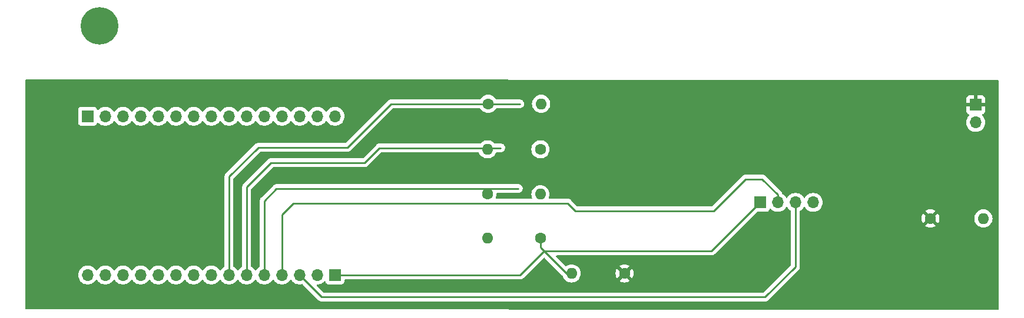
<source format=gbr>
%TF.GenerationSoftware,KiCad,Pcbnew,7.0.7*%
%TF.CreationDate,2023-09-19T21:30:54-07:00*%
%TF.ProjectId,PCB Layout,50434220-4c61-4796-9f75-742e6b696361,rev?*%
%TF.SameCoordinates,Original*%
%TF.FileFunction,Copper,L2,Bot*%
%TF.FilePolarity,Positive*%
%FSLAX46Y46*%
G04 Gerber Fmt 4.6, Leading zero omitted, Abs format (unit mm)*
G04 Created by KiCad (PCBNEW 7.0.7) date 2023-09-19 21:30:54*
%MOMM*%
%LPD*%
G01*
G04 APERTURE LIST*
%TA.AperFunction,ComponentPad*%
%ADD10R,1.700000X1.700000*%
%TD*%
%TA.AperFunction,ComponentPad*%
%ADD11O,1.700000X1.700000*%
%TD*%
%TA.AperFunction,ComponentPad*%
%ADD12C,1.600000*%
%TD*%
%TA.AperFunction,ComponentPad*%
%ADD13O,1.600000X1.600000*%
%TD*%
%TA.AperFunction,ComponentPad*%
%ADD14C,5.400000*%
%TD*%
%TA.AperFunction,Conductor*%
%ADD15C,0.250000*%
%TD*%
G04 APERTURE END LIST*
D10*
%TO.P,J4,1,Pin_1*%
%TO.N,+9V*%
X223012000Y-77241400D03*
D11*
%TO.P,J4,2,Pin_2*%
%TO.N,GND*%
X223012000Y-79781400D03*
%TD*%
D12*
%TO.P,R6,1*%
%TO.N,+9V*%
X216505000Y-93600000D03*
D13*
%TO.P,R6,2*%
%TO.N,Net-(D4-A)*%
X224125000Y-93600000D03*
%TD*%
D12*
%TO.P,R5,1*%
%TO.N,Net-(J2-Pin_7)*%
X152915000Y-77089000D03*
D13*
%TO.P,R5,2*%
%TO.N,Net-(D3-A)*%
X160535000Y-77089000D03*
%TD*%
%TO.P,R4,2*%
%TO.N,Net-(J2-Pin_6)*%
X152815000Y-83650000D03*
D12*
%TO.P,R4,1*%
%TO.N,Net-(D2-A)*%
X160435000Y-83650000D03*
%TD*%
%TO.P,R3,1*%
%TO.N,Net-(J2-Pin_5)*%
X152815000Y-90125000D03*
D13*
%TO.P,R3,2*%
%TO.N,Net-(D1-A)*%
X160435000Y-90125000D03*
%TD*%
D12*
%TO.P,R2,1*%
%TO.N,Net-(J2-Pin_1)*%
X160485000Y-96400000D03*
D13*
%TO.P,R2,2*%
%TO.N,GND*%
X152865000Y-96400000D03*
%TD*%
D12*
%TO.P,R1,1*%
%TO.N,+9V*%
X172535000Y-101525000D03*
D13*
%TO.P,R1,2*%
%TO.N,Net-(J2-Pin_1)*%
X164915000Y-101525000D03*
%TD*%
D14*
%TO.P,H1,1*%
%TO.N,N/C*%
X97078800Y-65887600D03*
%TD*%
D10*
%TO.P,J2,1,Pin_1*%
%TO.N,Net-(J2-Pin_1)*%
X130886200Y-101752400D03*
D11*
%TO.P,J2,2,Pin_2*%
%TO.N,GND*%
X128346200Y-101752400D03*
%TO.P,J2,3,Pin_3*%
%TO.N,Net-(J2-Pin_3)*%
X125806200Y-101752400D03*
%TO.P,J2,4,Pin_4*%
%TO.N,Net-(J2-Pin_4)*%
X123266200Y-101752400D03*
%TO.P,J2,5,Pin_5*%
%TO.N,Net-(J2-Pin_5)*%
X120726200Y-101752400D03*
%TO.P,J2,6,Pin_6*%
%TO.N,Net-(J2-Pin_6)*%
X118186200Y-101752400D03*
%TO.P,J2,7,Pin_7*%
%TO.N,Net-(J2-Pin_7)*%
X115646200Y-101752400D03*
%TO.P,J2,8,Pin_8*%
%TO.N,unconnected-(J2-Pin_8-Pad8)*%
X113106200Y-101752400D03*
%TO.P,J2,9,Pin_9*%
%TO.N,unconnected-(J2-Pin_9-Pad9)*%
X110566200Y-101752400D03*
%TO.P,J2,10,Pin_10*%
%TO.N,unconnected-(J2-Pin_10-Pad10)*%
X108026200Y-101752400D03*
%TO.P,J2,11,Pin_11*%
%TO.N,unconnected-(J2-Pin_11-Pad11)*%
X105486200Y-101752400D03*
%TO.P,J2,12,Pin_12*%
%TO.N,unconnected-(J2-Pin_12-Pad12)*%
X102946200Y-101752400D03*
%TO.P,J2,13,Pin_13*%
%TO.N,unconnected-(J2-Pin_13-Pad13)*%
X100406200Y-101752400D03*
%TO.P,J2,14,Pin_14*%
%TO.N,unconnected-(J2-Pin_14-Pad14)*%
X97866200Y-101752400D03*
%TO.P,J2,15,Pin_15*%
%TO.N,unconnected-(J2-Pin_15-Pad15)*%
X95326200Y-101752400D03*
%TD*%
D10*
%TO.P,J1,1,Pin_1*%
%TO.N,unconnected-(J1-Pin_1-Pad1)*%
X95326200Y-78892400D03*
D11*
%TO.P,J1,2,Pin_2*%
%TO.N,unconnected-(J1-Pin_2-Pad2)*%
X97866200Y-78892400D03*
%TO.P,J1,3,Pin_3*%
%TO.N,unconnected-(J1-Pin_3-Pad3)*%
X100406200Y-78892400D03*
%TO.P,J1,4,Pin_4*%
%TO.N,unconnected-(J1-Pin_4-Pad4)*%
X102946200Y-78892400D03*
%TO.P,J1,5,Pin_5*%
%TO.N,unconnected-(J1-Pin_5-Pad5)*%
X105486200Y-78892400D03*
%TO.P,J1,6,Pin_6*%
%TO.N,unconnected-(J1-Pin_6-Pad6)*%
X108026200Y-78892400D03*
%TO.P,J1,7,Pin_7*%
%TO.N,unconnected-(J1-Pin_7-Pad7)*%
X110566200Y-78892400D03*
%TO.P,J1,8,Pin_8*%
%TO.N,unconnected-(J1-Pin_8-Pad8)*%
X113106200Y-78892400D03*
%TO.P,J1,9,Pin_9*%
%TO.N,unconnected-(J1-Pin_9-Pad9)*%
X115646200Y-78892400D03*
%TO.P,J1,10,Pin_10*%
%TO.N,unconnected-(J1-Pin_10-Pad10)*%
X118186200Y-78892400D03*
%TO.P,J1,11,Pin_11*%
%TO.N,unconnected-(J1-Pin_11-Pad11)*%
X120726200Y-78892400D03*
%TO.P,J1,12,Pin_12*%
%TO.N,unconnected-(J1-Pin_12-Pad12)*%
X123266200Y-78892400D03*
%TO.P,J1,13,Pin_13*%
%TO.N,unconnected-(J1-Pin_13-Pad13)*%
X125806200Y-78892400D03*
%TO.P,J1,14,Pin_14*%
%TO.N,unconnected-(J1-Pin_14-Pad14)*%
X128346200Y-78892400D03*
%TO.P,J1,15,Pin_15*%
%TO.N,unconnected-(J1-Pin_15-Pad15)*%
X130886200Y-78892400D03*
%TD*%
D10*
%TO.P,J3,1,Pin_1*%
%TO.N,Net-(J2-Pin_1)*%
X192024000Y-91287600D03*
D11*
%TO.P,J3,2,Pin_2*%
%TO.N,Net-(J2-Pin_4)*%
X194564000Y-91287600D03*
%TO.P,J3,3,Pin_3*%
%TO.N,Net-(J2-Pin_3)*%
X197104000Y-91287600D03*
%TO.P,J3,4,Pin_4*%
%TO.N,GND*%
X199644000Y-91287600D03*
%TD*%
D15*
%TO.N,Net-(J2-Pin_1)*%
X160485000Y-97800000D02*
X160980000Y-98295000D01*
X160485000Y-96400000D02*
X160485000Y-97800000D01*
X157522600Y-101752400D02*
X160980000Y-98295000D01*
X130886200Y-101752400D02*
X157522600Y-101752400D01*
X185016600Y-98295000D02*
X160980000Y-98295000D01*
X192024000Y-91287600D02*
X185016600Y-98295000D01*
X160980000Y-98295000D02*
X164210000Y-101525000D01*
X164210000Y-101525000D02*
X164915000Y-101525000D01*
%TO.N,Net-(J2-Pin_6)*%
X154715000Y-83439000D02*
X137287000Y-83439000D01*
%TO.N,Net-(J2-Pin_4)*%
X194564000Y-90170000D02*
X194564000Y-91287600D01*
X192328800Y-87934800D02*
X194564000Y-90170000D01*
X189941200Y-87934800D02*
X192328800Y-87934800D01*
X185369200Y-92506800D02*
X189941200Y-87934800D01*
X165481000Y-92506800D02*
X185369200Y-92506800D01*
X124917200Y-91414600D02*
X164388800Y-91414600D01*
X123266200Y-93065600D02*
X124917200Y-91414600D01*
X123266200Y-101752400D02*
X123266200Y-93065600D01*
X164388800Y-91414600D02*
X165481000Y-92506800D01*
%TO.N,Net-(J2-Pin_3)*%
X128981200Y-104927400D02*
X125806200Y-101752400D01*
X192735200Y-104927400D02*
X128981200Y-104927400D01*
X197104000Y-91287600D02*
X197104000Y-100558600D01*
X197104000Y-100558600D02*
X192735200Y-104927400D01*
%TO.N,Net-(J2-Pin_5)*%
X122478800Y-89306400D02*
X157247800Y-89306400D01*
X120726200Y-91059000D02*
X122478800Y-89306400D01*
X120726200Y-101752400D02*
X120726200Y-91059000D01*
%TO.N,Net-(J2-Pin_6)*%
X121691400Y-85572600D02*
X135153400Y-85572600D01*
X118186200Y-89077800D02*
X121691400Y-85572600D01*
X118186200Y-101752400D02*
X118186200Y-89077800D01*
X135153400Y-85572600D02*
X137287000Y-83439000D01*
%TO.N,Net-(J2-Pin_7)*%
X115646200Y-87579200D02*
X115646200Y-101752400D01*
X119862600Y-83362800D02*
X115646200Y-87579200D01*
X138963400Y-77089000D02*
X132689600Y-83362800D01*
X132689600Y-83362800D02*
X119862600Y-83362800D01*
X157451000Y-77089000D02*
X138963400Y-77089000D01*
%TD*%
%TA.AperFunction,Conductor*%
%TO.N,+9V*%
G36*
X195915905Y-91961115D02*
G01*
X195937804Y-91986387D01*
X196028278Y-92124868D01*
X196028283Y-92124873D01*
X196028284Y-92124876D01*
X196140526Y-92246801D01*
X196180760Y-92290506D01*
X196358424Y-92428789D01*
X196358426Y-92428790D01*
X196358433Y-92428795D01*
X196405516Y-92454274D01*
X196455107Y-92503492D01*
X196470500Y-92563329D01*
X196470500Y-100244833D01*
X196450815Y-100311872D01*
X196434181Y-100332514D01*
X192509114Y-104257581D01*
X192447791Y-104291066D01*
X192421433Y-104293900D01*
X129294966Y-104293900D01*
X129227927Y-104274215D01*
X129207285Y-104257581D01*
X128272285Y-103322581D01*
X128238800Y-103261258D01*
X128243784Y-103191566D01*
X128285656Y-103135633D01*
X128351120Y-103111216D01*
X128359966Y-103110900D01*
X128458769Y-103110900D01*
X128680835Y-103073844D01*
X128893774Y-103000742D01*
X129091776Y-102893589D01*
X129269440Y-102755306D01*
X129332652Y-102686639D01*
X129392537Y-102650650D01*
X129462375Y-102652749D01*
X129519991Y-102692273D01*
X129540061Y-102727288D01*
X129578359Y-102829966D01*
X129585311Y-102848604D01*
X129672939Y-102965661D01*
X129789996Y-103053289D01*
X129926999Y-103104389D01*
X129954250Y-103107318D01*
X129987545Y-103110899D01*
X129987562Y-103110900D01*
X131784838Y-103110900D01*
X131784854Y-103110899D01*
X131811892Y-103107991D01*
X131845401Y-103104389D01*
X131982404Y-103053289D01*
X132099461Y-102965661D01*
X132187089Y-102848604D01*
X132238189Y-102711601D01*
X132241791Y-102678092D01*
X132244699Y-102651054D01*
X132244700Y-102651037D01*
X132244700Y-102509900D01*
X132264385Y-102442861D01*
X132317189Y-102397106D01*
X132368700Y-102385900D01*
X157438966Y-102385900D01*
X157454713Y-102387638D01*
X157454739Y-102387368D01*
X157462505Y-102388101D01*
X157462509Y-102388102D01*
X157532558Y-102385900D01*
X157562456Y-102385900D01*
X157562457Y-102385900D01*
X157563822Y-102385727D01*
X157569462Y-102385014D01*
X157575285Y-102384556D01*
X157601308Y-102383738D01*
X157622490Y-102383073D01*
X157632281Y-102380227D01*
X157642081Y-102377380D01*
X157661138Y-102373432D01*
X157681397Y-102370874D01*
X157725321Y-102353482D01*
X157730821Y-102351599D01*
X157776193Y-102338418D01*
X157793765Y-102328025D01*
X157811232Y-102319468D01*
X157830217Y-102311952D01*
X157868426Y-102284190D01*
X157873304Y-102280985D01*
X157913962Y-102256942D01*
X157928402Y-102242500D01*
X157943192Y-102229870D01*
X157959707Y-102217872D01*
X157989822Y-102181467D01*
X157993726Y-102177176D01*
X160892320Y-99278583D01*
X160953641Y-99245100D01*
X161023333Y-99250084D01*
X161067680Y-99278585D01*
X163626978Y-101837883D01*
X163659071Y-101893468D01*
X163680715Y-101974242D01*
X163680717Y-101974247D01*
X163777475Y-102181745D01*
X163777477Y-102181749D01*
X163908802Y-102369300D01*
X164070700Y-102531198D01*
X164258251Y-102662523D01*
X164309973Y-102686641D01*
X164465750Y-102759281D01*
X164465752Y-102759281D01*
X164465757Y-102759284D01*
X164686913Y-102818543D01*
X164849832Y-102832796D01*
X164914998Y-102838498D01*
X164915000Y-102838498D01*
X164915002Y-102838498D01*
X164972021Y-102833509D01*
X165143087Y-102818543D01*
X165364243Y-102759284D01*
X165571749Y-102662523D01*
X165759300Y-102531198D01*
X165921198Y-102369300D01*
X166052523Y-102181749D01*
X166149284Y-101974243D01*
X166208543Y-101753087D01*
X166228498Y-101525002D01*
X171230034Y-101525002D01*
X171249858Y-101751599D01*
X171249860Y-101751610D01*
X171308730Y-101971317D01*
X171308734Y-101971326D01*
X171404865Y-102177481D01*
X171404866Y-102177483D01*
X171455973Y-102250471D01*
X171455973Y-102250472D01*
X171997580Y-101708865D01*
X172058903Y-101675380D01*
X172128594Y-101680364D01*
X172184528Y-101722235D01*
X172195742Y-101740246D01*
X172201527Y-101751599D01*
X172207358Y-101763044D01*
X172207363Y-101763050D01*
X172296949Y-101852636D01*
X172296951Y-101852637D01*
X172296955Y-101852641D01*
X172319747Y-101864254D01*
X172370542Y-101912228D01*
X172387337Y-101980049D01*
X172364799Y-102046184D01*
X172351132Y-102062419D01*
X171809526Y-102604025D01*
X171809526Y-102604026D01*
X171882512Y-102655131D01*
X171882516Y-102655133D01*
X172088673Y-102751265D01*
X172088682Y-102751269D01*
X172308389Y-102810139D01*
X172308400Y-102810141D01*
X172534998Y-102829966D01*
X172535002Y-102829966D01*
X172761599Y-102810141D01*
X172761610Y-102810139D01*
X172981317Y-102751269D01*
X172981331Y-102751264D01*
X173187478Y-102655136D01*
X173260472Y-102604025D01*
X172718866Y-102062419D01*
X172685381Y-102001096D01*
X172690365Y-101931404D01*
X172732237Y-101875471D01*
X172750245Y-101864258D01*
X172773045Y-101852641D01*
X172862641Y-101763045D01*
X172874254Y-101740252D01*
X172922225Y-101689458D01*
X172990046Y-101672661D01*
X173056181Y-101695197D01*
X173072419Y-101708866D01*
X173614025Y-102250472D01*
X173665136Y-102177478D01*
X173761264Y-101971331D01*
X173761269Y-101971317D01*
X173820139Y-101751610D01*
X173820141Y-101751599D01*
X173839966Y-101525002D01*
X173839966Y-101524997D01*
X173820141Y-101298400D01*
X173820139Y-101298389D01*
X173761269Y-101078682D01*
X173761265Y-101078673D01*
X173665133Y-100872516D01*
X173665131Y-100872512D01*
X173614026Y-100799526D01*
X173614025Y-100799526D01*
X173072419Y-101341132D01*
X173011096Y-101374617D01*
X172941404Y-101369633D01*
X172885471Y-101327761D01*
X172874256Y-101309751D01*
X172862641Y-101286955D01*
X172862637Y-101286951D01*
X172862636Y-101286949D01*
X172773050Y-101197363D01*
X172773044Y-101197358D01*
X172763109Y-101192296D01*
X172750250Y-101185744D01*
X172699456Y-101137773D01*
X172682660Y-101069952D01*
X172705197Y-101003817D01*
X172718865Y-100987580D01*
X173260472Y-100445973D01*
X173187483Y-100394866D01*
X173187481Y-100394865D01*
X172981326Y-100298734D01*
X172981317Y-100298730D01*
X172761610Y-100239860D01*
X172761599Y-100239858D01*
X172535002Y-100220034D01*
X172534998Y-100220034D01*
X172308400Y-100239858D01*
X172308389Y-100239860D01*
X172088682Y-100298730D01*
X172088673Y-100298734D01*
X171882513Y-100394868D01*
X171809526Y-100445973D01*
X172351133Y-100987580D01*
X172384618Y-101048903D01*
X172379634Y-101118595D01*
X172337762Y-101174528D01*
X172319748Y-101185745D01*
X172296956Y-101197358D01*
X172296949Y-101197363D01*
X172207363Y-101286949D01*
X172207358Y-101286956D01*
X172195745Y-101309748D01*
X172147770Y-101360544D01*
X172079949Y-101377338D01*
X172013814Y-101354800D01*
X171997580Y-101341133D01*
X171455973Y-100799526D01*
X171404868Y-100872513D01*
X171308734Y-101078673D01*
X171308730Y-101078682D01*
X171249860Y-101298389D01*
X171249858Y-101298400D01*
X171230034Y-101524997D01*
X171230034Y-101525002D01*
X166228498Y-101525002D01*
X166228498Y-101525000D01*
X166208543Y-101296913D01*
X166149284Y-101075757D01*
X166138954Y-101053605D01*
X166100196Y-100970486D01*
X166052523Y-100868251D01*
X165921198Y-100680700D01*
X165759300Y-100518802D01*
X165571749Y-100387477D01*
X165571745Y-100387475D01*
X165364249Y-100290718D01*
X165364238Y-100290714D01*
X165143089Y-100231457D01*
X165143081Y-100231456D01*
X164915002Y-100211502D01*
X164914998Y-100211502D01*
X164686918Y-100231456D01*
X164686910Y-100231457D01*
X164465761Y-100290714D01*
X164465750Y-100290718D01*
X164258254Y-100387475D01*
X164258246Y-100387480D01*
X164172990Y-100447176D01*
X164106783Y-100469504D01*
X164039016Y-100452492D01*
X164014186Y-100433282D01*
X162721086Y-99140181D01*
X162687601Y-99078858D01*
X162692585Y-99009166D01*
X162734457Y-98953233D01*
X162799921Y-98928816D01*
X162808767Y-98928500D01*
X184932966Y-98928500D01*
X184948713Y-98930238D01*
X184948739Y-98929968D01*
X184956505Y-98930701D01*
X184956509Y-98930702D01*
X185026558Y-98928500D01*
X185056456Y-98928500D01*
X185056457Y-98928500D01*
X185057822Y-98928327D01*
X185063462Y-98927614D01*
X185069285Y-98927156D01*
X185095308Y-98926338D01*
X185116490Y-98925673D01*
X185126281Y-98922827D01*
X185136081Y-98919980D01*
X185155138Y-98916032D01*
X185175397Y-98913474D01*
X185219321Y-98896082D01*
X185224821Y-98894199D01*
X185270193Y-98881018D01*
X185287765Y-98870625D01*
X185305232Y-98862068D01*
X185324217Y-98854552D01*
X185362426Y-98826790D01*
X185367304Y-98823585D01*
X185407962Y-98799542D01*
X185422402Y-98785100D01*
X185437192Y-98772470D01*
X185453707Y-98760472D01*
X185483822Y-98724067D01*
X185487726Y-98719776D01*
X191525085Y-92682419D01*
X191586409Y-92648934D01*
X191612767Y-92646100D01*
X192922638Y-92646100D01*
X192922654Y-92646099D01*
X192949692Y-92643191D01*
X192983201Y-92639589D01*
X193120204Y-92588489D01*
X193237261Y-92500861D01*
X193324889Y-92383804D01*
X193370138Y-92262487D01*
X193412009Y-92206556D01*
X193477474Y-92182139D01*
X193545746Y-92196991D01*
X193577545Y-92221836D01*
X193640760Y-92290506D01*
X193818424Y-92428789D01*
X193818425Y-92428789D01*
X193818427Y-92428791D01*
X193930499Y-92489441D01*
X194016426Y-92535942D01*
X194229365Y-92609044D01*
X194451431Y-92646100D01*
X194676569Y-92646100D01*
X194898635Y-92609044D01*
X195111574Y-92535942D01*
X195309576Y-92428789D01*
X195487240Y-92290506D01*
X195639722Y-92124868D01*
X195730193Y-91986390D01*
X195783338Y-91941037D01*
X195852569Y-91931613D01*
X195915905Y-91961115D01*
G37*
%TD.AperFunction*%
%TA.AperFunction,Conductor*%
G36*
X226240890Y-73685310D02*
G01*
X226307915Y-73705043D01*
X226353632Y-73757880D01*
X226364800Y-73809310D01*
X226364800Y-106606754D01*
X226345115Y-106673793D01*
X226292311Y-106719548D01*
X226240755Y-106730754D01*
X86509259Y-106680044D01*
X86442227Y-106660335D01*
X86396491Y-106607515D01*
X86385304Y-106556143D01*
X86381617Y-101752405D01*
X93963044Y-101752405D01*
X93981634Y-101976759D01*
X93981636Y-101976771D01*
X94036903Y-102195014D01*
X94127340Y-102401192D01*
X94250476Y-102589665D01*
X94250484Y-102589676D01*
X94402956Y-102755302D01*
X94402960Y-102755306D01*
X94580624Y-102893589D01*
X94580625Y-102893589D01*
X94580627Y-102893591D01*
X94632055Y-102921422D01*
X94778626Y-103000742D01*
X94991565Y-103073844D01*
X95213631Y-103110900D01*
X95438769Y-103110900D01*
X95660835Y-103073844D01*
X95873774Y-103000742D01*
X96071776Y-102893589D01*
X96249440Y-102755306D01*
X96348814Y-102647357D01*
X96401915Y-102589676D01*
X96401915Y-102589675D01*
X96401922Y-102589668D01*
X96492393Y-102451190D01*
X96545538Y-102405837D01*
X96614769Y-102396413D01*
X96678105Y-102425915D01*
X96700004Y-102451187D01*
X96790478Y-102589668D01*
X96790483Y-102589673D01*
X96790484Y-102589676D01*
X96942956Y-102755302D01*
X96942960Y-102755306D01*
X97120624Y-102893589D01*
X97120625Y-102893589D01*
X97120627Y-102893591D01*
X97172055Y-102921422D01*
X97318626Y-103000742D01*
X97531565Y-103073844D01*
X97753631Y-103110900D01*
X97978769Y-103110900D01*
X98200835Y-103073844D01*
X98413774Y-103000742D01*
X98611776Y-102893589D01*
X98789440Y-102755306D01*
X98888814Y-102647357D01*
X98941915Y-102589676D01*
X98941915Y-102589675D01*
X98941922Y-102589668D01*
X99032393Y-102451190D01*
X99085538Y-102405837D01*
X99154769Y-102396413D01*
X99218105Y-102425915D01*
X99240004Y-102451187D01*
X99330478Y-102589668D01*
X99330483Y-102589673D01*
X99330484Y-102589676D01*
X99482956Y-102755302D01*
X99482960Y-102755306D01*
X99660624Y-102893589D01*
X99660625Y-102893589D01*
X99660627Y-102893591D01*
X99712055Y-102921422D01*
X99858626Y-103000742D01*
X100071565Y-103073844D01*
X100293631Y-103110900D01*
X100518769Y-103110900D01*
X100740835Y-103073844D01*
X100953774Y-103000742D01*
X101151776Y-102893589D01*
X101329440Y-102755306D01*
X101428814Y-102647357D01*
X101481915Y-102589676D01*
X101481915Y-102589675D01*
X101481922Y-102589668D01*
X101572393Y-102451190D01*
X101625538Y-102405837D01*
X101694769Y-102396413D01*
X101758105Y-102425915D01*
X101780004Y-102451187D01*
X101870478Y-102589668D01*
X101870483Y-102589673D01*
X101870484Y-102589676D01*
X102022956Y-102755302D01*
X102022960Y-102755306D01*
X102200624Y-102893589D01*
X102200625Y-102893589D01*
X102200627Y-102893591D01*
X102252055Y-102921422D01*
X102398626Y-103000742D01*
X102611565Y-103073844D01*
X102833631Y-103110900D01*
X103058769Y-103110900D01*
X103280835Y-103073844D01*
X103493774Y-103000742D01*
X103691776Y-102893589D01*
X103869440Y-102755306D01*
X103968814Y-102647357D01*
X104021915Y-102589676D01*
X104021915Y-102589675D01*
X104021922Y-102589668D01*
X104112393Y-102451190D01*
X104165538Y-102405837D01*
X104234769Y-102396413D01*
X104298105Y-102425915D01*
X104320004Y-102451187D01*
X104410478Y-102589668D01*
X104410483Y-102589673D01*
X104410484Y-102589676D01*
X104562956Y-102755302D01*
X104562960Y-102755306D01*
X104740624Y-102893589D01*
X104740625Y-102893589D01*
X104740627Y-102893591D01*
X104792055Y-102921422D01*
X104938626Y-103000742D01*
X105151565Y-103073844D01*
X105373631Y-103110900D01*
X105598769Y-103110900D01*
X105820835Y-103073844D01*
X106033774Y-103000742D01*
X106231776Y-102893589D01*
X106409440Y-102755306D01*
X106508814Y-102647357D01*
X106561915Y-102589676D01*
X106561915Y-102589675D01*
X106561922Y-102589668D01*
X106652393Y-102451190D01*
X106705538Y-102405837D01*
X106774769Y-102396413D01*
X106838105Y-102425915D01*
X106860004Y-102451187D01*
X106950478Y-102589668D01*
X106950483Y-102589673D01*
X106950484Y-102589676D01*
X107102956Y-102755302D01*
X107102960Y-102755306D01*
X107280624Y-102893589D01*
X107280625Y-102893589D01*
X107280627Y-102893591D01*
X107332055Y-102921422D01*
X107478626Y-103000742D01*
X107691565Y-103073844D01*
X107913631Y-103110900D01*
X108138769Y-103110900D01*
X108360835Y-103073844D01*
X108573774Y-103000742D01*
X108771776Y-102893589D01*
X108949440Y-102755306D01*
X109048814Y-102647357D01*
X109101915Y-102589676D01*
X109101915Y-102589675D01*
X109101922Y-102589668D01*
X109192393Y-102451190D01*
X109245538Y-102405837D01*
X109314769Y-102396413D01*
X109378105Y-102425915D01*
X109400004Y-102451187D01*
X109490478Y-102589668D01*
X109490483Y-102589673D01*
X109490484Y-102589676D01*
X109642956Y-102755302D01*
X109642960Y-102755306D01*
X109820624Y-102893589D01*
X109820625Y-102893589D01*
X109820627Y-102893591D01*
X109872055Y-102921422D01*
X110018626Y-103000742D01*
X110231565Y-103073844D01*
X110453631Y-103110900D01*
X110678769Y-103110900D01*
X110900835Y-103073844D01*
X111113774Y-103000742D01*
X111311776Y-102893589D01*
X111489440Y-102755306D01*
X111588814Y-102647357D01*
X111641915Y-102589676D01*
X111641915Y-102589675D01*
X111641922Y-102589668D01*
X111732393Y-102451190D01*
X111785538Y-102405837D01*
X111854769Y-102396413D01*
X111918105Y-102425915D01*
X111940004Y-102451187D01*
X112030478Y-102589668D01*
X112030483Y-102589673D01*
X112030484Y-102589676D01*
X112182956Y-102755302D01*
X112182960Y-102755306D01*
X112360624Y-102893589D01*
X112360625Y-102893589D01*
X112360627Y-102893591D01*
X112412055Y-102921422D01*
X112558626Y-103000742D01*
X112771565Y-103073844D01*
X112993631Y-103110900D01*
X113218769Y-103110900D01*
X113440835Y-103073844D01*
X113653774Y-103000742D01*
X113851776Y-102893589D01*
X114029440Y-102755306D01*
X114128814Y-102647357D01*
X114181915Y-102589676D01*
X114181915Y-102589675D01*
X114181922Y-102589668D01*
X114272393Y-102451190D01*
X114325538Y-102405837D01*
X114394769Y-102396413D01*
X114458105Y-102425915D01*
X114480004Y-102451187D01*
X114570478Y-102589668D01*
X114570483Y-102589673D01*
X114570484Y-102589676D01*
X114722956Y-102755302D01*
X114722960Y-102755306D01*
X114900624Y-102893589D01*
X114900625Y-102893589D01*
X114900627Y-102893591D01*
X114952055Y-102921422D01*
X115098626Y-103000742D01*
X115311565Y-103073844D01*
X115533631Y-103110900D01*
X115758769Y-103110900D01*
X115980835Y-103073844D01*
X116193774Y-103000742D01*
X116391776Y-102893589D01*
X116569440Y-102755306D01*
X116668814Y-102647357D01*
X116721915Y-102589676D01*
X116721915Y-102589675D01*
X116721922Y-102589668D01*
X116812393Y-102451190D01*
X116865538Y-102405837D01*
X116934769Y-102396413D01*
X116998105Y-102425915D01*
X117020004Y-102451187D01*
X117110478Y-102589668D01*
X117110483Y-102589673D01*
X117110484Y-102589676D01*
X117262956Y-102755302D01*
X117262960Y-102755306D01*
X117440624Y-102893589D01*
X117440625Y-102893589D01*
X117440627Y-102893591D01*
X117492055Y-102921422D01*
X117638626Y-103000742D01*
X117851565Y-103073844D01*
X118073631Y-103110900D01*
X118298769Y-103110900D01*
X118520835Y-103073844D01*
X118733774Y-103000742D01*
X118931776Y-102893589D01*
X119109440Y-102755306D01*
X119208814Y-102647357D01*
X119261915Y-102589676D01*
X119261915Y-102589675D01*
X119261922Y-102589668D01*
X119352393Y-102451190D01*
X119405538Y-102405837D01*
X119474769Y-102396413D01*
X119538105Y-102425915D01*
X119560004Y-102451187D01*
X119650478Y-102589668D01*
X119650483Y-102589673D01*
X119650484Y-102589676D01*
X119802956Y-102755302D01*
X119802960Y-102755306D01*
X119980624Y-102893589D01*
X119980625Y-102893589D01*
X119980627Y-102893591D01*
X120032055Y-102921422D01*
X120178626Y-103000742D01*
X120391565Y-103073844D01*
X120613631Y-103110900D01*
X120838769Y-103110900D01*
X121060835Y-103073844D01*
X121273774Y-103000742D01*
X121471776Y-102893589D01*
X121649440Y-102755306D01*
X121748814Y-102647357D01*
X121801915Y-102589676D01*
X121801915Y-102589675D01*
X121801922Y-102589668D01*
X121892393Y-102451190D01*
X121945538Y-102405837D01*
X122014769Y-102396413D01*
X122078105Y-102425915D01*
X122100004Y-102451187D01*
X122190478Y-102589668D01*
X122190483Y-102589673D01*
X122190484Y-102589676D01*
X122342956Y-102755302D01*
X122342960Y-102755306D01*
X122520624Y-102893589D01*
X122520625Y-102893589D01*
X122520627Y-102893591D01*
X122572055Y-102921422D01*
X122718626Y-103000742D01*
X122931565Y-103073844D01*
X123153631Y-103110900D01*
X123378769Y-103110900D01*
X123600835Y-103073844D01*
X123813774Y-103000742D01*
X124011776Y-102893589D01*
X124189440Y-102755306D01*
X124288814Y-102647357D01*
X124341915Y-102589676D01*
X124341917Y-102589673D01*
X124341922Y-102589668D01*
X124432393Y-102451191D01*
X124485536Y-102405837D01*
X124554767Y-102396413D01*
X124618103Y-102425915D01*
X124640007Y-102451193D01*
X124730476Y-102589665D01*
X124730484Y-102589676D01*
X124882956Y-102755302D01*
X124882960Y-102755306D01*
X125060624Y-102893589D01*
X125060625Y-102893589D01*
X125060627Y-102893591D01*
X125112055Y-102921422D01*
X125258626Y-103000742D01*
X125471565Y-103073844D01*
X125693631Y-103110900D01*
X125918769Y-103110900D01*
X126140830Y-103073845D01*
X126140831Y-103073844D01*
X126140835Y-103073844D01*
X126140837Y-103073842D01*
X126145049Y-103072776D01*
X126214869Y-103075388D01*
X126263191Y-103105295D01*
X128474112Y-105316217D01*
X128484016Y-105328578D01*
X128484226Y-105328405D01*
X128489201Y-105334419D01*
X128540278Y-105382384D01*
X128561424Y-105403530D01*
X128567013Y-105407866D01*
X128571445Y-105411652D01*
X128593053Y-105431942D01*
X128605880Y-105443987D01*
X128623762Y-105453817D01*
X128640029Y-105464502D01*
X128656160Y-105477015D01*
X128675883Y-105485549D01*
X128699507Y-105495771D01*
X128704733Y-105498331D01*
X128746140Y-105521095D01*
X128765916Y-105526172D01*
X128784324Y-105532475D01*
X128803050Y-105540579D01*
X128803052Y-105540580D01*
X128803053Y-105540580D01*
X128803055Y-105540581D01*
X128843984Y-105547063D01*
X128849703Y-105547969D01*
X128855412Y-105549151D01*
X128901170Y-105560900D01*
X128921584Y-105560900D01*
X128940983Y-105562427D01*
X128961143Y-105565620D01*
X129008165Y-105561175D01*
X129014004Y-105560900D01*
X192651566Y-105560900D01*
X192667313Y-105562638D01*
X192667339Y-105562368D01*
X192675105Y-105563101D01*
X192675109Y-105563102D01*
X192745158Y-105560900D01*
X192775056Y-105560900D01*
X192775057Y-105560900D01*
X192776422Y-105560727D01*
X192782062Y-105560014D01*
X192787885Y-105559556D01*
X192813908Y-105558738D01*
X192835090Y-105558073D01*
X192844881Y-105555227D01*
X192854681Y-105552380D01*
X192873738Y-105548432D01*
X192893997Y-105545874D01*
X192937921Y-105528482D01*
X192943421Y-105526599D01*
X192988793Y-105513418D01*
X193006365Y-105503025D01*
X193023832Y-105494468D01*
X193042817Y-105486952D01*
X193081026Y-105459190D01*
X193085904Y-105455985D01*
X193126562Y-105431942D01*
X193141002Y-105417500D01*
X193155792Y-105404870D01*
X193172307Y-105392872D01*
X193202422Y-105356467D01*
X193206326Y-105352176D01*
X197492815Y-101065687D01*
X197505180Y-101055783D01*
X197505006Y-101055573D01*
X197511012Y-101050603D01*
X197511018Y-101050600D01*
X197558999Y-100999504D01*
X197580134Y-100978370D01*
X197584463Y-100972787D01*
X197588242Y-100968363D01*
X197620586Y-100933921D01*
X197630423Y-100916024D01*
X197641097Y-100899774D01*
X197653613Y-100883641D01*
X197672372Y-100840289D01*
X197674933Y-100835062D01*
X197697695Y-100793660D01*
X197702774Y-100773874D01*
X197709072Y-100755482D01*
X197717181Y-100736745D01*
X197724569Y-100690097D01*
X197725751Y-100684386D01*
X197737500Y-100638630D01*
X197737500Y-100618206D01*
X197739026Y-100598822D01*
X197742220Y-100578657D01*
X197737775Y-100531633D01*
X197737500Y-100525795D01*
X197737500Y-93600002D01*
X215200034Y-93600002D01*
X215219858Y-93826599D01*
X215219860Y-93826610D01*
X215278730Y-94046317D01*
X215278734Y-94046326D01*
X215374865Y-94252481D01*
X215374866Y-94252483D01*
X215425973Y-94325471D01*
X215425973Y-94325472D01*
X215967580Y-93783865D01*
X216028903Y-93750380D01*
X216098594Y-93755364D01*
X216154528Y-93797235D01*
X216165742Y-93815246D01*
X216171527Y-93826599D01*
X216177358Y-93838044D01*
X216177363Y-93838050D01*
X216266949Y-93927636D01*
X216266951Y-93927637D01*
X216266955Y-93927641D01*
X216289747Y-93939254D01*
X216340542Y-93987228D01*
X216357337Y-94055049D01*
X216334799Y-94121184D01*
X216321132Y-94137419D01*
X215779526Y-94679025D01*
X215779526Y-94679026D01*
X215852512Y-94730131D01*
X215852516Y-94730133D01*
X216058673Y-94826265D01*
X216058682Y-94826269D01*
X216278389Y-94885139D01*
X216278400Y-94885141D01*
X216504998Y-94904966D01*
X216505002Y-94904966D01*
X216731599Y-94885141D01*
X216731610Y-94885139D01*
X216951317Y-94826269D01*
X216951331Y-94826264D01*
X217157478Y-94730136D01*
X217230472Y-94679025D01*
X216688866Y-94137419D01*
X216655381Y-94076096D01*
X216660365Y-94006404D01*
X216702237Y-93950471D01*
X216720245Y-93939258D01*
X216743045Y-93927641D01*
X216832641Y-93838045D01*
X216844254Y-93815252D01*
X216892225Y-93764458D01*
X216960046Y-93747661D01*
X217026181Y-93770197D01*
X217042419Y-93783866D01*
X217584025Y-94325472D01*
X217635136Y-94252478D01*
X217731264Y-94046331D01*
X217731269Y-94046317D01*
X217790139Y-93826610D01*
X217790141Y-93826599D01*
X217809966Y-93600002D01*
X217809966Y-93600001D01*
X222811502Y-93600001D01*
X222831456Y-93828081D01*
X222831457Y-93828089D01*
X222890714Y-94049238D01*
X222890718Y-94049249D01*
X222985485Y-94252478D01*
X222987477Y-94256749D01*
X223118802Y-94444300D01*
X223280700Y-94606198D01*
X223468251Y-94737523D01*
X223510878Y-94757400D01*
X223675750Y-94834281D01*
X223675752Y-94834281D01*
X223675757Y-94834284D01*
X223896913Y-94893543D01*
X224059832Y-94907796D01*
X224124998Y-94913498D01*
X224125000Y-94913498D01*
X224125002Y-94913498D01*
X224182021Y-94908509D01*
X224353087Y-94893543D01*
X224574243Y-94834284D01*
X224781749Y-94737523D01*
X224969300Y-94606198D01*
X225131198Y-94444300D01*
X225262523Y-94256749D01*
X225359284Y-94049243D01*
X225418543Y-93828087D01*
X225438498Y-93600000D01*
X225418543Y-93371913D01*
X225359284Y-93150757D01*
X225356608Y-93145019D01*
X225306980Y-93038591D01*
X225262523Y-92943251D01*
X225131198Y-92755700D01*
X224969300Y-92593802D01*
X224781749Y-92462477D01*
X224781745Y-92462475D01*
X224574249Y-92365718D01*
X224574238Y-92365714D01*
X224353089Y-92306457D01*
X224353081Y-92306456D01*
X224125002Y-92286502D01*
X224124998Y-92286502D01*
X223896918Y-92306456D01*
X223896910Y-92306457D01*
X223675761Y-92365714D01*
X223675750Y-92365718D01*
X223468254Y-92462475D01*
X223468252Y-92462476D01*
X223413433Y-92500861D01*
X223280700Y-92593802D01*
X223280698Y-92593803D01*
X223280695Y-92593806D01*
X223118806Y-92755695D01*
X223118803Y-92755698D01*
X223118802Y-92755700D01*
X223095376Y-92789156D01*
X222987476Y-92943252D01*
X222987475Y-92943254D01*
X222890718Y-93150750D01*
X222890714Y-93150761D01*
X222831457Y-93371910D01*
X222831456Y-93371918D01*
X222811502Y-93599998D01*
X222811502Y-93600001D01*
X217809966Y-93600001D01*
X217809966Y-93599997D01*
X217790141Y-93373400D01*
X217790139Y-93373389D01*
X217731269Y-93153682D01*
X217731265Y-93153673D01*
X217635133Y-92947516D01*
X217635131Y-92947512D01*
X217584026Y-92874526D01*
X217584025Y-92874526D01*
X217042419Y-93416132D01*
X216981096Y-93449617D01*
X216911404Y-93444633D01*
X216855471Y-93402761D01*
X216844256Y-93384751D01*
X216832641Y-93361955D01*
X216832637Y-93361951D01*
X216832636Y-93361949D01*
X216743050Y-93272363D01*
X216743044Y-93272358D01*
X216733109Y-93267296D01*
X216720250Y-93260744D01*
X216669456Y-93212773D01*
X216652660Y-93144952D01*
X216675197Y-93078817D01*
X216688865Y-93062580D01*
X217230472Y-92520973D01*
X217157483Y-92469866D01*
X217157481Y-92469865D01*
X216951326Y-92373734D01*
X216951317Y-92373730D01*
X216731610Y-92314860D01*
X216731599Y-92314858D01*
X216505002Y-92295034D01*
X216504998Y-92295034D01*
X216278400Y-92314858D01*
X216278389Y-92314860D01*
X216058682Y-92373730D01*
X216058673Y-92373734D01*
X215852513Y-92469868D01*
X215779526Y-92520973D01*
X216321133Y-93062580D01*
X216354618Y-93123903D01*
X216349634Y-93193595D01*
X216307762Y-93249528D01*
X216289748Y-93260745D01*
X216266956Y-93272358D01*
X216266949Y-93272363D01*
X216177363Y-93361949D01*
X216177358Y-93361956D01*
X216165745Y-93384748D01*
X216117770Y-93435544D01*
X216049949Y-93452338D01*
X215983814Y-93429800D01*
X215967580Y-93416133D01*
X215425973Y-92874526D01*
X215374868Y-92947513D01*
X215278734Y-93153673D01*
X215278730Y-93153682D01*
X215219860Y-93373389D01*
X215219858Y-93373400D01*
X215200034Y-93599997D01*
X215200034Y-93600002D01*
X197737500Y-93600002D01*
X197737500Y-92563329D01*
X197757185Y-92496290D01*
X197802484Y-92454274D01*
X197849566Y-92428795D01*
X197849572Y-92428791D01*
X197849576Y-92428789D01*
X198027240Y-92290506D01*
X198179722Y-92124868D01*
X198270193Y-91986391D01*
X198323336Y-91941037D01*
X198392567Y-91931613D01*
X198455903Y-91961115D01*
X198477807Y-91986393D01*
X198568276Y-92124865D01*
X198568284Y-92124876D01*
X198720756Y-92290502D01*
X198720761Y-92290507D01*
X198752047Y-92314858D01*
X198898424Y-92428789D01*
X198898425Y-92428789D01*
X198898427Y-92428791D01*
X199010499Y-92489441D01*
X199096426Y-92535942D01*
X199309365Y-92609044D01*
X199531431Y-92646100D01*
X199756569Y-92646100D01*
X199978635Y-92609044D01*
X200191574Y-92535942D01*
X200389576Y-92428789D01*
X200567240Y-92290506D01*
X200719722Y-92124868D01*
X200842860Y-91936391D01*
X200933296Y-91730216D01*
X200988564Y-91511968D01*
X201007156Y-91287600D01*
X200988564Y-91063232D01*
X200933296Y-90844984D01*
X200842860Y-90638809D01*
X200829316Y-90618079D01*
X200781291Y-90544570D01*
X200719722Y-90450332D01*
X200719719Y-90450329D01*
X200719715Y-90450323D01*
X200567243Y-90284697D01*
X200567238Y-90284692D01*
X200389577Y-90146412D01*
X200389572Y-90146408D01*
X200191580Y-90039261D01*
X200191577Y-90039259D01*
X200191574Y-90039258D01*
X200191571Y-90039257D01*
X200191569Y-90039256D01*
X199978637Y-89966156D01*
X199756569Y-89929100D01*
X199531431Y-89929100D01*
X199309362Y-89966156D01*
X199096430Y-90039256D01*
X199096419Y-90039261D01*
X198898427Y-90146408D01*
X198898422Y-90146412D01*
X198720761Y-90284692D01*
X198720756Y-90284697D01*
X198568284Y-90450323D01*
X198568276Y-90450334D01*
X198477807Y-90588806D01*
X198424660Y-90634163D01*
X198355429Y-90643586D01*
X198292093Y-90614083D01*
X198270191Y-90588806D01*
X198179722Y-90450332D01*
X198179717Y-90450327D01*
X198179715Y-90450323D01*
X198027243Y-90284697D01*
X198027238Y-90284692D01*
X197849577Y-90146412D01*
X197849572Y-90146408D01*
X197651580Y-90039261D01*
X197651577Y-90039259D01*
X197651574Y-90039258D01*
X197651571Y-90039257D01*
X197651569Y-90039256D01*
X197438637Y-89966156D01*
X197216569Y-89929100D01*
X196991431Y-89929100D01*
X196769362Y-89966156D01*
X196556430Y-90039256D01*
X196556419Y-90039261D01*
X196358427Y-90146408D01*
X196358422Y-90146412D01*
X196180761Y-90284692D01*
X196180756Y-90284697D01*
X196028284Y-90450323D01*
X196028276Y-90450334D01*
X195937808Y-90588806D01*
X195884662Y-90634162D01*
X195815431Y-90643586D01*
X195752095Y-90614084D01*
X195730192Y-90588806D01*
X195639723Y-90450334D01*
X195639715Y-90450323D01*
X195487243Y-90284697D01*
X195487242Y-90284696D01*
X195487240Y-90284694D01*
X195309576Y-90146411D01*
X195309574Y-90146410D01*
X195309573Y-90146409D01*
X195309570Y-90146407D01*
X195247502Y-90112818D01*
X195197911Y-90063598D01*
X195183496Y-90019296D01*
X195182474Y-90011203D01*
X195172777Y-89986711D01*
X195165086Y-89967286D01*
X195163193Y-89961757D01*
X195153705Y-89929100D01*
X195150018Y-89916407D01*
X195139622Y-89898829D01*
X195131066Y-89881362D01*
X195124963Y-89865947D01*
X195123552Y-89862383D01*
X195095794Y-89824179D01*
X195092587Y-89819296D01*
X195082873Y-89802871D01*
X195068542Y-89778638D01*
X195054108Y-89764204D01*
X195041471Y-89749409D01*
X195029472Y-89732893D01*
X195029470Y-89732890D01*
X194993073Y-89702781D01*
X194988751Y-89698847D01*
X192835888Y-87545983D01*
X192825984Y-87533619D01*
X192825774Y-87533794D01*
X192820801Y-87527783D01*
X192801902Y-87510036D01*
X192769720Y-87479816D01*
X192759146Y-87469242D01*
X192748573Y-87458667D01*
X192748570Y-87458665D01*
X192742988Y-87454334D01*
X192738551Y-87450544D01*
X192704122Y-87418214D01*
X192704119Y-87418212D01*
X192686231Y-87408378D01*
X192669970Y-87397697D01*
X192653839Y-87385184D01*
X192610493Y-87366427D01*
X192605245Y-87363856D01*
X192569382Y-87344141D01*
X192563860Y-87341105D01*
X192560460Y-87340232D01*
X192544087Y-87336028D01*
X192525681Y-87329726D01*
X192506944Y-87321618D01*
X192506946Y-87321618D01*
X192460296Y-87314230D01*
X192454581Y-87313046D01*
X192434412Y-87307868D01*
X192408832Y-87301300D01*
X192408830Y-87301300D01*
X192388416Y-87301300D01*
X192369017Y-87299773D01*
X192348858Y-87296580D01*
X192348857Y-87296580D01*
X192301834Y-87301025D01*
X192295996Y-87301300D01*
X190024829Y-87301300D01*
X190009086Y-87299561D01*
X190009061Y-87299833D01*
X190001293Y-87299098D01*
X189931260Y-87301300D01*
X189901342Y-87301300D01*
X189894336Y-87302184D01*
X189888518Y-87302642D01*
X189841311Y-87304126D01*
X189841308Y-87304127D01*
X189821705Y-87309822D01*
X189802659Y-87313766D01*
X189782403Y-87316326D01*
X189782401Y-87316326D01*
X189738492Y-87333710D01*
X189732968Y-87335601D01*
X189687604Y-87348782D01*
X189687603Y-87348783D01*
X189670024Y-87359178D01*
X189652564Y-87367732D01*
X189633584Y-87375247D01*
X189633581Y-87375249D01*
X189595382Y-87403001D01*
X189590500Y-87406209D01*
X189549838Y-87430256D01*
X189535396Y-87444698D01*
X189520608Y-87457327D01*
X189504097Y-87469323D01*
X189504092Y-87469328D01*
X189473990Y-87505714D01*
X189470057Y-87510036D01*
X187304334Y-89675761D01*
X185143114Y-91836981D01*
X185081791Y-91870466D01*
X185055433Y-91873300D01*
X165794766Y-91873300D01*
X165727727Y-91853615D01*
X165707085Y-91836981D01*
X164895888Y-91025783D01*
X164885987Y-91013423D01*
X164885777Y-91013598D01*
X164880802Y-91007586D01*
X164880800Y-91007582D01*
X164850326Y-90978965D01*
X164829721Y-90959615D01*
X164808568Y-90938463D01*
X164806592Y-90936931D01*
X164802983Y-90934131D01*
X164798550Y-90930344D01*
X164764121Y-90898014D01*
X164764119Y-90898012D01*
X164746231Y-90888178D01*
X164729970Y-90877497D01*
X164713839Y-90864984D01*
X164670493Y-90846227D01*
X164665245Y-90843656D01*
X164629382Y-90823941D01*
X164623860Y-90820905D01*
X164620460Y-90820032D01*
X164604087Y-90815828D01*
X164585681Y-90809526D01*
X164566944Y-90801418D01*
X164566946Y-90801418D01*
X164520296Y-90794030D01*
X164514581Y-90792846D01*
X164494412Y-90787668D01*
X164468832Y-90781100D01*
X164468830Y-90781100D01*
X164448416Y-90781100D01*
X164429017Y-90779573D01*
X164408858Y-90776380D01*
X164408857Y-90776380D01*
X164361834Y-90780825D01*
X164355996Y-90781100D01*
X161767466Y-90781100D01*
X161700427Y-90761415D01*
X161654672Y-90708611D01*
X161644728Y-90639453D01*
X161655084Y-90604696D01*
X161669281Y-90574249D01*
X161669284Y-90574243D01*
X161728543Y-90353087D01*
X161748498Y-90125000D01*
X161728543Y-89896913D01*
X161669284Y-89675757D01*
X161656594Y-89648544D01*
X161572524Y-89468254D01*
X161572523Y-89468252D01*
X161572523Y-89468251D01*
X161441198Y-89280700D01*
X161279300Y-89118802D01*
X161091749Y-88987477D01*
X161091745Y-88987475D01*
X160884249Y-88890718D01*
X160884238Y-88890714D01*
X160663089Y-88831457D01*
X160663081Y-88831456D01*
X160435002Y-88811502D01*
X160434998Y-88811502D01*
X160206918Y-88831456D01*
X160206910Y-88831457D01*
X159985761Y-88890714D01*
X159985750Y-88890718D01*
X159778254Y-88987475D01*
X159778252Y-88987476D01*
X159778249Y-88987477D01*
X159778251Y-88987477D01*
X159590700Y-89118802D01*
X159590698Y-89118803D01*
X159590695Y-89118806D01*
X159428806Y-89280695D01*
X159428803Y-89280698D01*
X159428802Y-89280700D01*
X159351173Y-89391566D01*
X159297476Y-89468252D01*
X159297475Y-89468254D01*
X159200718Y-89675750D01*
X159200714Y-89675761D01*
X159141457Y-89896910D01*
X159141456Y-89896918D01*
X159121502Y-90124998D01*
X159121502Y-90125001D01*
X159141456Y-90353081D01*
X159141457Y-90353089D01*
X159200714Y-90574238D01*
X159200718Y-90574249D01*
X159214916Y-90604696D01*
X159225408Y-90673773D01*
X159196888Y-90737557D01*
X159138411Y-90775796D01*
X159102534Y-90781100D01*
X154147466Y-90781100D01*
X154080427Y-90761415D01*
X154034672Y-90708611D01*
X154024728Y-90639453D01*
X154035084Y-90604696D01*
X154049281Y-90574249D01*
X154049284Y-90574243D01*
X154108543Y-90353087D01*
X154128498Y-90125000D01*
X154124098Y-90074707D01*
X154137865Y-90006208D01*
X154186480Y-89956024D01*
X154247626Y-89939900D01*
X157287654Y-89939900D01*
X157287656Y-89939900D01*
X157287661Y-89939899D01*
X157287665Y-89939899D01*
X157300560Y-89938269D01*
X157406597Y-89924874D01*
X157555417Y-89865952D01*
X157684907Y-89771872D01*
X157786933Y-89648544D01*
X157855083Y-89503718D01*
X157885075Y-89346494D01*
X157875025Y-89186750D01*
X157825564Y-89034525D01*
X157739800Y-88899382D01*
X157730572Y-88890716D01*
X157623124Y-88789816D01*
X157623116Y-88789810D01*
X157482863Y-88712706D01*
X157482853Y-88712703D01*
X157327833Y-88672900D01*
X157327830Y-88672900D01*
X122562432Y-88672900D01*
X122546680Y-88671160D01*
X122546655Y-88671432D01*
X122538893Y-88670698D01*
X122538892Y-88670698D01*
X122468829Y-88672900D01*
X122438944Y-88672900D01*
X122438941Y-88672900D01*
X122438929Y-88672901D01*
X122431937Y-88673784D01*
X122426120Y-88674241D01*
X122378911Y-88675725D01*
X122378909Y-88675726D01*
X122359296Y-88681423D01*
X122340259Y-88685365D01*
X122320008Y-88687924D01*
X122320002Y-88687926D01*
X122276099Y-88705307D01*
X122270575Y-88707198D01*
X122225206Y-88720381D01*
X122225201Y-88720383D01*
X122207627Y-88730776D01*
X122190162Y-88739332D01*
X122171187Y-88746845D01*
X122171185Y-88746846D01*
X122132976Y-88774606D01*
X122128094Y-88777812D01*
X122087435Y-88801858D01*
X122073000Y-88816294D01*
X122058212Y-88828925D01*
X122041694Y-88840926D01*
X122041688Y-88840932D01*
X122011580Y-88877325D01*
X122007649Y-88881646D01*
X120337379Y-90551914D01*
X120325020Y-90561818D01*
X120325193Y-90562027D01*
X120319183Y-90566999D01*
X120319182Y-90566999D01*
X120319182Y-90567000D01*
X120298705Y-90588806D01*
X120271215Y-90618079D01*
X120250072Y-90639222D01*
X120250057Y-90639239D01*
X120245731Y-90644814D01*
X120241947Y-90649244D01*
X120209619Y-90683671D01*
X120209612Y-90683681D01*
X120199779Y-90701567D01*
X120189103Y-90717820D01*
X120176586Y-90733957D01*
X120176585Y-90733959D01*
X120157825Y-90777310D01*
X120155255Y-90782556D01*
X120132503Y-90823941D01*
X120132503Y-90823942D01*
X120127425Y-90843720D01*
X120121125Y-90862122D01*
X120113018Y-90880857D01*
X120105631Y-90927495D01*
X120104446Y-90933216D01*
X120092700Y-90978965D01*
X120092700Y-90999384D01*
X120091173Y-91018783D01*
X120087980Y-91038941D01*
X120087980Y-91038942D01*
X120092425Y-91085966D01*
X120092700Y-91091804D01*
X120092700Y-100476669D01*
X120073015Y-100543708D01*
X120027720Y-100585723D01*
X119980622Y-100611211D01*
X119980622Y-100611212D01*
X119802961Y-100749492D01*
X119802956Y-100749497D01*
X119650484Y-100915123D01*
X119650476Y-100915134D01*
X119560008Y-101053606D01*
X119506862Y-101098962D01*
X119437631Y-101108386D01*
X119374295Y-101078884D01*
X119352392Y-101053606D01*
X119261923Y-100915134D01*
X119261915Y-100915123D01*
X119109443Y-100749497D01*
X119109438Y-100749492D01*
X118989571Y-100656195D01*
X118931777Y-100611211D01*
X118884680Y-100585723D01*
X118835091Y-100536502D01*
X118819700Y-100476669D01*
X118819700Y-89391566D01*
X118839385Y-89324527D01*
X118856019Y-89303885D01*
X121917485Y-86242419D01*
X121978808Y-86208934D01*
X122005166Y-86206100D01*
X135069766Y-86206100D01*
X135085513Y-86207838D01*
X135085539Y-86207568D01*
X135093305Y-86208301D01*
X135093309Y-86208302D01*
X135163358Y-86206100D01*
X135193256Y-86206100D01*
X135193257Y-86206100D01*
X135194622Y-86205927D01*
X135200262Y-86205214D01*
X135206085Y-86204756D01*
X135232108Y-86203938D01*
X135253290Y-86203273D01*
X135263081Y-86200427D01*
X135272881Y-86197580D01*
X135291938Y-86193632D01*
X135312197Y-86191074D01*
X135356121Y-86173682D01*
X135361621Y-86171799D01*
X135406993Y-86158618D01*
X135424565Y-86148225D01*
X135442032Y-86139668D01*
X135461017Y-86132152D01*
X135499226Y-86104390D01*
X135504104Y-86101185D01*
X135544762Y-86077142D01*
X135559202Y-86062700D01*
X135573992Y-86050070D01*
X135590507Y-86038072D01*
X135620622Y-86001667D01*
X135624526Y-85997376D01*
X137513085Y-84108819D01*
X137574409Y-84075334D01*
X137600767Y-84072500D01*
X151489249Y-84072500D01*
X151556288Y-84092185D01*
X151601631Y-84144096D01*
X151677477Y-84306749D01*
X151808802Y-84494300D01*
X151970700Y-84656198D01*
X152158251Y-84787523D01*
X152283091Y-84845736D01*
X152365750Y-84884281D01*
X152365752Y-84884281D01*
X152365757Y-84884284D01*
X152586913Y-84943543D01*
X152749832Y-84957796D01*
X152814998Y-84963498D01*
X152815000Y-84963498D01*
X152815002Y-84963498D01*
X152872021Y-84958509D01*
X153043087Y-84943543D01*
X153264243Y-84884284D01*
X153471749Y-84787523D01*
X153659300Y-84656198D01*
X153821198Y-84494300D01*
X153952523Y-84306749D01*
X154028368Y-84144096D01*
X154074541Y-84091656D01*
X154140751Y-84072500D01*
X154754854Y-84072500D01*
X154754856Y-84072500D01*
X154754861Y-84072499D01*
X154754865Y-84072499D01*
X154767760Y-84070869D01*
X154873797Y-84057474D01*
X155022617Y-83998552D01*
X155023325Y-83998038D01*
X155071812Y-83962810D01*
X155152107Y-83904472D01*
X155254133Y-83781144D01*
X155315844Y-83650001D01*
X159121502Y-83650001D01*
X159141456Y-83878081D01*
X159141457Y-83878089D01*
X159200714Y-84099238D01*
X159200718Y-84099249D01*
X159205181Y-84108819D01*
X159297477Y-84306749D01*
X159428802Y-84494300D01*
X159590700Y-84656198D01*
X159778251Y-84787523D01*
X159903091Y-84845736D01*
X159985750Y-84884281D01*
X159985752Y-84884281D01*
X159985757Y-84884284D01*
X160206913Y-84943543D01*
X160369832Y-84957796D01*
X160434998Y-84963498D01*
X160435000Y-84963498D01*
X160435002Y-84963498D01*
X160492021Y-84958509D01*
X160663087Y-84943543D01*
X160884243Y-84884284D01*
X161091749Y-84787523D01*
X161279300Y-84656198D01*
X161441198Y-84494300D01*
X161572523Y-84306749D01*
X161669284Y-84099243D01*
X161728543Y-83878087D01*
X161748498Y-83650000D01*
X161747850Y-83642599D01*
X161742796Y-83584832D01*
X161728543Y-83421913D01*
X161669284Y-83200757D01*
X161572523Y-82993251D01*
X161441198Y-82805700D01*
X161279300Y-82643802D01*
X161091749Y-82512477D01*
X161091745Y-82512475D01*
X160884249Y-82415718D01*
X160884238Y-82415714D01*
X160663089Y-82356457D01*
X160663081Y-82356456D01*
X160435002Y-82336502D01*
X160434998Y-82336502D01*
X160206918Y-82356456D01*
X160206910Y-82356457D01*
X159985761Y-82415714D01*
X159985750Y-82415718D01*
X159778254Y-82512475D01*
X159778252Y-82512476D01*
X159778249Y-82512477D01*
X159778251Y-82512477D01*
X159590700Y-82643802D01*
X159590698Y-82643803D01*
X159590695Y-82643806D01*
X159428806Y-82805695D01*
X159428803Y-82805698D01*
X159428802Y-82805700D01*
X159355480Y-82910415D01*
X159297476Y-82993252D01*
X159297475Y-82993254D01*
X159200718Y-83200750D01*
X159200714Y-83200761D01*
X159141457Y-83421910D01*
X159141456Y-83421918D01*
X159121502Y-83649998D01*
X159121502Y-83650001D01*
X155315844Y-83650001D01*
X155322283Y-83636318D01*
X155352275Y-83479094D01*
X155342225Y-83319350D01*
X155292764Y-83167125D01*
X155207000Y-83031982D01*
X155188113Y-83014246D01*
X155090324Y-82922416D01*
X155090316Y-82922410D01*
X154950063Y-82845306D01*
X154950053Y-82845303D01*
X154795033Y-82805500D01*
X154795030Y-82805500D01*
X153872360Y-82805500D01*
X153805321Y-82785815D01*
X153784679Y-82769181D01*
X153659304Y-82643806D01*
X153659300Y-82643802D01*
X153471749Y-82512477D01*
X153471745Y-82512475D01*
X153264249Y-82415718D01*
X153264238Y-82415714D01*
X153043089Y-82356457D01*
X153043081Y-82356456D01*
X152815002Y-82336502D01*
X152814998Y-82336502D01*
X152586918Y-82356456D01*
X152586910Y-82356457D01*
X152365761Y-82415714D01*
X152365750Y-82415718D01*
X152158254Y-82512475D01*
X152158252Y-82512476D01*
X152158249Y-82512477D01*
X152158251Y-82512477D01*
X151970700Y-82643802D01*
X151970698Y-82643803D01*
X151970695Y-82643806D01*
X151845321Y-82769181D01*
X151783998Y-82802666D01*
X151757640Y-82805500D01*
X137370634Y-82805500D01*
X137354886Y-82803761D01*
X137354861Y-82804032D01*
X137347094Y-82803298D01*
X137347091Y-82803298D01*
X137277042Y-82805500D01*
X137247137Y-82805500D01*
X137240143Y-82806384D01*
X137234320Y-82806842D01*
X137187112Y-82808326D01*
X137187109Y-82808327D01*
X137167506Y-82814022D01*
X137148458Y-82817966D01*
X137128203Y-82820526D01*
X137112347Y-82826803D01*
X137084285Y-82837913D01*
X137078759Y-82839805D01*
X137033407Y-82852981D01*
X137015833Y-82863374D01*
X136998372Y-82871928D01*
X136979386Y-82879446D01*
X136979384Y-82879447D01*
X136941172Y-82907208D01*
X136936290Y-82910415D01*
X136895637Y-82934457D01*
X136881201Y-82948894D01*
X136866415Y-82961523D01*
X136849893Y-82973528D01*
X136849891Y-82973529D01*
X136849891Y-82973530D01*
X136849888Y-82973532D01*
X136819780Y-83009925D01*
X136815849Y-83014246D01*
X134927314Y-84902781D01*
X134865991Y-84936266D01*
X134839633Y-84939100D01*
X121775029Y-84939100D01*
X121759286Y-84937361D01*
X121759261Y-84937633D01*
X121751493Y-84936898D01*
X121681460Y-84939100D01*
X121651542Y-84939100D01*
X121644536Y-84939984D01*
X121638718Y-84940442D01*
X121591511Y-84941926D01*
X121591508Y-84941927D01*
X121571905Y-84947622D01*
X121552859Y-84951566D01*
X121532603Y-84954126D01*
X121532601Y-84954126D01*
X121488692Y-84971510D01*
X121483168Y-84973401D01*
X121437804Y-84986582D01*
X121437803Y-84986583D01*
X121420224Y-84996978D01*
X121402764Y-85005532D01*
X121383784Y-85013047D01*
X121383781Y-85013049D01*
X121345582Y-85040801D01*
X121340700Y-85044009D01*
X121300038Y-85068056D01*
X121285596Y-85082498D01*
X121270808Y-85095127D01*
X121254297Y-85107123D01*
X121254292Y-85107128D01*
X121224190Y-85143514D01*
X121220258Y-85147836D01*
X117797379Y-88570714D01*
X117785020Y-88580618D01*
X117785193Y-88580827D01*
X117779183Y-88585799D01*
X117731216Y-88636878D01*
X117710072Y-88658022D01*
X117710057Y-88658039D01*
X117705731Y-88663614D01*
X117701947Y-88668044D01*
X117669619Y-88702471D01*
X117669612Y-88702481D01*
X117659779Y-88720367D01*
X117649103Y-88736620D01*
X117636586Y-88752757D01*
X117636585Y-88752759D01*
X117617825Y-88796110D01*
X117615255Y-88801356D01*
X117592503Y-88842741D01*
X117592503Y-88842742D01*
X117587425Y-88862520D01*
X117581125Y-88880922D01*
X117573018Y-88899657D01*
X117565631Y-88946295D01*
X117564446Y-88952016D01*
X117552700Y-88997765D01*
X117552700Y-89018184D01*
X117551173Y-89037583D01*
X117547980Y-89057741D01*
X117547980Y-89057742D01*
X117552425Y-89104766D01*
X117552700Y-89110604D01*
X117552700Y-100476669D01*
X117533015Y-100543708D01*
X117487720Y-100585723D01*
X117440622Y-100611211D01*
X117440622Y-100611212D01*
X117262961Y-100749492D01*
X117262956Y-100749497D01*
X117110484Y-100915123D01*
X117110476Y-100915134D01*
X117020008Y-101053606D01*
X116966862Y-101098962D01*
X116897631Y-101108386D01*
X116834295Y-101078884D01*
X116812392Y-101053606D01*
X116721923Y-100915134D01*
X116721915Y-100915123D01*
X116569443Y-100749497D01*
X116569438Y-100749492D01*
X116449571Y-100656195D01*
X116391776Y-100611211D01*
X116384724Y-100607395D01*
X116344680Y-100585723D01*
X116295090Y-100536503D01*
X116279699Y-100476669D01*
X116279699Y-87892966D01*
X116299384Y-87825927D01*
X116316018Y-87805285D01*
X120088686Y-84032619D01*
X120150009Y-83999134D01*
X120176367Y-83996300D01*
X132605966Y-83996300D01*
X132621713Y-83998038D01*
X132621739Y-83997768D01*
X132629505Y-83998501D01*
X132629509Y-83998502D01*
X132699558Y-83996300D01*
X132729456Y-83996300D01*
X132729457Y-83996300D01*
X132730822Y-83996127D01*
X132736462Y-83995414D01*
X132742285Y-83994956D01*
X132768308Y-83994138D01*
X132789490Y-83993473D01*
X132799281Y-83990627D01*
X132809081Y-83987780D01*
X132828138Y-83983832D01*
X132848397Y-83981274D01*
X132892321Y-83963882D01*
X132897821Y-83961999D01*
X132943193Y-83948818D01*
X132960765Y-83938425D01*
X132978232Y-83929868D01*
X132997217Y-83922352D01*
X133035426Y-83894590D01*
X133040304Y-83891385D01*
X133080962Y-83867342D01*
X133095402Y-83852900D01*
X133110192Y-83840270D01*
X133126707Y-83828272D01*
X133156822Y-83791867D01*
X133160726Y-83787576D01*
X137166898Y-79781405D01*
X221648844Y-79781405D01*
X221667434Y-80005759D01*
X221667436Y-80005771D01*
X221722703Y-80224014D01*
X221813140Y-80430192D01*
X221936276Y-80618665D01*
X221936284Y-80618676D01*
X222088756Y-80784302D01*
X222088760Y-80784306D01*
X222266424Y-80922589D01*
X222266425Y-80922589D01*
X222266427Y-80922591D01*
X222393135Y-80991161D01*
X222464426Y-81029742D01*
X222677365Y-81102844D01*
X222899431Y-81139900D01*
X223124569Y-81139900D01*
X223346635Y-81102844D01*
X223559574Y-81029742D01*
X223757576Y-80922589D01*
X223935240Y-80784306D01*
X224087722Y-80618668D01*
X224210860Y-80430191D01*
X224301296Y-80224016D01*
X224356564Y-80005768D01*
X224357986Y-79988606D01*
X224375156Y-79781405D01*
X224375156Y-79781394D01*
X224356565Y-79557040D01*
X224356563Y-79557028D01*
X224351343Y-79536413D01*
X224301296Y-79338784D01*
X224210860Y-79132609D01*
X224087722Y-78944132D01*
X223936291Y-78779636D01*
X223905370Y-78716984D01*
X223913230Y-78647558D01*
X223957376Y-78593402D01*
X223984189Y-78579473D01*
X224104086Y-78534754D01*
X224104093Y-78534750D01*
X224219187Y-78448590D01*
X224219190Y-78448587D01*
X224305350Y-78333493D01*
X224305354Y-78333486D01*
X224355596Y-78198779D01*
X224355598Y-78198772D01*
X224361999Y-78139244D01*
X224362000Y-78139227D01*
X224362000Y-77491400D01*
X223625347Y-77491400D01*
X223558308Y-77471715D01*
X223512553Y-77418911D01*
X223502609Y-77349753D01*
X223506369Y-77332467D01*
X223510885Y-77317087D01*
X223512000Y-77313289D01*
X223512000Y-77169511D01*
X223506368Y-77150333D01*
X223506370Y-77080464D01*
X223544145Y-77021686D01*
X223607701Y-76992662D01*
X223625347Y-76991400D01*
X224362000Y-76991400D01*
X224362000Y-76343572D01*
X224361999Y-76343555D01*
X224355598Y-76284027D01*
X224355596Y-76284020D01*
X224305354Y-76149313D01*
X224305350Y-76149306D01*
X224219190Y-76034212D01*
X224219187Y-76034209D01*
X224104093Y-75948049D01*
X224104086Y-75948045D01*
X223969379Y-75897803D01*
X223969372Y-75897801D01*
X223909844Y-75891400D01*
X223262000Y-75891400D01*
X223262000Y-76629098D01*
X223242315Y-76696137D01*
X223189511Y-76741892D01*
X223120355Y-76751836D01*
X223047766Y-76741400D01*
X223047763Y-76741400D01*
X222976237Y-76741400D01*
X222976233Y-76741400D01*
X222903645Y-76751836D01*
X222834487Y-76741892D01*
X222781684Y-76696136D01*
X222762000Y-76629098D01*
X222762000Y-75891400D01*
X222114155Y-75891400D01*
X222054627Y-75897801D01*
X222054620Y-75897803D01*
X221919913Y-75948045D01*
X221919906Y-75948049D01*
X221804812Y-76034209D01*
X221804809Y-76034212D01*
X221718649Y-76149306D01*
X221718645Y-76149313D01*
X221668403Y-76284020D01*
X221668401Y-76284027D01*
X221662000Y-76343555D01*
X221662000Y-76991400D01*
X222398653Y-76991400D01*
X222465692Y-77011085D01*
X222511447Y-77063889D01*
X222521391Y-77133047D01*
X222517631Y-77150333D01*
X222512000Y-77169511D01*
X222512000Y-77313289D01*
X222513115Y-77317087D01*
X222517631Y-77332467D01*
X222517630Y-77402336D01*
X222479855Y-77461114D01*
X222416299Y-77490138D01*
X222398653Y-77491400D01*
X221662000Y-77491400D01*
X221662000Y-78139244D01*
X221668401Y-78198772D01*
X221668403Y-78198779D01*
X221718645Y-78333486D01*
X221718649Y-78333493D01*
X221804809Y-78448587D01*
X221804812Y-78448590D01*
X221919906Y-78534750D01*
X221919913Y-78534754D01*
X222039810Y-78579473D01*
X222095744Y-78621344D01*
X222120161Y-78686809D01*
X222105309Y-78755082D01*
X222087706Y-78779638D01*
X221936284Y-78944123D01*
X221936276Y-78944134D01*
X221813140Y-79132607D01*
X221722703Y-79338785D01*
X221667436Y-79557028D01*
X221667434Y-79557040D01*
X221648844Y-79781394D01*
X221648844Y-79781405D01*
X137166898Y-79781405D01*
X139189485Y-77758819D01*
X139250809Y-77725334D01*
X139277167Y-77722500D01*
X151696648Y-77722500D01*
X151763687Y-77742185D01*
X151798220Y-77775373D01*
X151908802Y-77933300D01*
X152070700Y-78095198D01*
X152258251Y-78226523D01*
X152305137Y-78248386D01*
X152465750Y-78323281D01*
X152465752Y-78323281D01*
X152465757Y-78323284D01*
X152686913Y-78382543D01*
X152849832Y-78396796D01*
X152914998Y-78402498D01*
X152915000Y-78402498D01*
X152915002Y-78402498D01*
X152972021Y-78397509D01*
X153143087Y-78382543D01*
X153364243Y-78323284D01*
X153571749Y-78226523D01*
X153759300Y-78095198D01*
X153921198Y-77933300D01*
X154031779Y-77775374D01*
X154086354Y-77731751D01*
X154133352Y-77722500D01*
X157490854Y-77722500D01*
X157490856Y-77722500D01*
X157490861Y-77722499D01*
X157490865Y-77722499D01*
X157503760Y-77720869D01*
X157609797Y-77707474D01*
X157758617Y-77648552D01*
X157764803Y-77644058D01*
X157888104Y-77554474D01*
X157888103Y-77554474D01*
X157888107Y-77554472D01*
X157990133Y-77431144D01*
X158058283Y-77286318D01*
X158088275Y-77129094D01*
X158085753Y-77089001D01*
X159221502Y-77089001D01*
X159241456Y-77317081D01*
X159241457Y-77317089D01*
X159300714Y-77538238D01*
X159300718Y-77538249D01*
X159395449Y-77741400D01*
X159397477Y-77745749D01*
X159528802Y-77933300D01*
X159690700Y-78095198D01*
X159878251Y-78226523D01*
X159925137Y-78248386D01*
X160085750Y-78323281D01*
X160085752Y-78323281D01*
X160085757Y-78323284D01*
X160306913Y-78382543D01*
X160469832Y-78396796D01*
X160534998Y-78402498D01*
X160535000Y-78402498D01*
X160535002Y-78402498D01*
X160592021Y-78397509D01*
X160763087Y-78382543D01*
X160984243Y-78323284D01*
X161191749Y-78226523D01*
X161379300Y-78095198D01*
X161541198Y-77933300D01*
X161672523Y-77745749D01*
X161769284Y-77538243D01*
X161828543Y-77317087D01*
X161848498Y-77089000D01*
X161828543Y-76860913D01*
X161769284Y-76639757D01*
X161761716Y-76623528D01*
X161701924Y-76495303D01*
X161672523Y-76432251D01*
X161541198Y-76244700D01*
X161379300Y-76082802D01*
X161191749Y-75951477D01*
X161164544Y-75938791D01*
X160984249Y-75854718D01*
X160984238Y-75854714D01*
X160763089Y-75795457D01*
X160763081Y-75795456D01*
X160535002Y-75775502D01*
X160534998Y-75775502D01*
X160306918Y-75795456D01*
X160306910Y-75795457D01*
X160085761Y-75854714D01*
X160085750Y-75854718D01*
X159878254Y-75951475D01*
X159878252Y-75951476D01*
X159878249Y-75951477D01*
X159878251Y-75951477D01*
X159690700Y-76082802D01*
X159690698Y-76082803D01*
X159690695Y-76082806D01*
X159528806Y-76244695D01*
X159397476Y-76432252D01*
X159397475Y-76432254D01*
X159300718Y-76639750D01*
X159300714Y-76639761D01*
X159241457Y-76860910D01*
X159241456Y-76860918D01*
X159221502Y-77088998D01*
X159221502Y-77089001D01*
X158085753Y-77089001D01*
X158078225Y-76969350D01*
X158028764Y-76817125D01*
X157943000Y-76681982D01*
X157924113Y-76664246D01*
X157826324Y-76572416D01*
X157826316Y-76572410D01*
X157686063Y-76495306D01*
X157686053Y-76495303D01*
X157531033Y-76455500D01*
X157531030Y-76455500D01*
X154133352Y-76455500D01*
X154066313Y-76435815D01*
X154031779Y-76402626D01*
X153921198Y-76244700D01*
X153759300Y-76082802D01*
X153571749Y-75951477D01*
X153544544Y-75938791D01*
X153364249Y-75854718D01*
X153364238Y-75854714D01*
X153143089Y-75795457D01*
X153143081Y-75795456D01*
X152915002Y-75775502D01*
X152914998Y-75775502D01*
X152686918Y-75795456D01*
X152686910Y-75795457D01*
X152465761Y-75854714D01*
X152465750Y-75854718D01*
X152258254Y-75951475D01*
X152258252Y-75951476D01*
X152258249Y-75951477D01*
X152258251Y-75951477D01*
X152070700Y-76082802D01*
X152070698Y-76082803D01*
X152070695Y-76082806D01*
X151908806Y-76244695D01*
X151908803Y-76244698D01*
X151908802Y-76244700D01*
X151798220Y-76402625D01*
X151743646Y-76446249D01*
X151696648Y-76455500D01*
X139047034Y-76455500D01*
X139031286Y-76453761D01*
X139031261Y-76454032D01*
X139023494Y-76453298D01*
X139023491Y-76453298D01*
X138953442Y-76455500D01*
X138923537Y-76455500D01*
X138916543Y-76456384D01*
X138910720Y-76456842D01*
X138863512Y-76458326D01*
X138863509Y-76458327D01*
X138843906Y-76464022D01*
X138824858Y-76467966D01*
X138804603Y-76470526D01*
X138788747Y-76476803D01*
X138760685Y-76487913D01*
X138755159Y-76489805D01*
X138709807Y-76502981D01*
X138692233Y-76513374D01*
X138674772Y-76521928D01*
X138655786Y-76529446D01*
X138655784Y-76529447D01*
X138617572Y-76557208D01*
X138612690Y-76560415D01*
X138572037Y-76584457D01*
X138557601Y-76598894D01*
X138542815Y-76611523D01*
X138526293Y-76623528D01*
X138526291Y-76623529D01*
X138526291Y-76623530D01*
X138526288Y-76623532D01*
X138496180Y-76659925D01*
X138492249Y-76664246D01*
X132463514Y-82692981D01*
X132402191Y-82726466D01*
X132375833Y-82729300D01*
X119946234Y-82729300D01*
X119930486Y-82727561D01*
X119930461Y-82727832D01*
X119922694Y-82727098D01*
X119922691Y-82727098D01*
X119852642Y-82729300D01*
X119822737Y-82729300D01*
X119815743Y-82730184D01*
X119809920Y-82730642D01*
X119762712Y-82732126D01*
X119762709Y-82732127D01*
X119743106Y-82737822D01*
X119724058Y-82741766D01*
X119703803Y-82744326D01*
X119687947Y-82750603D01*
X119659885Y-82761713D01*
X119654359Y-82763605D01*
X119609007Y-82776781D01*
X119591433Y-82787174D01*
X119573972Y-82795728D01*
X119554986Y-82803246D01*
X119554984Y-82803247D01*
X119516772Y-82831008D01*
X119511890Y-82834215D01*
X119471237Y-82858257D01*
X119456801Y-82872694D01*
X119442015Y-82885323D01*
X119425493Y-82897328D01*
X119425491Y-82897329D01*
X119425491Y-82897330D01*
X119425488Y-82897332D01*
X119395380Y-82933725D01*
X119391449Y-82938046D01*
X115257379Y-87072114D01*
X115245020Y-87082018D01*
X115245193Y-87082227D01*
X115239183Y-87087199D01*
X115191216Y-87138278D01*
X115170072Y-87159422D01*
X115170057Y-87159439D01*
X115165731Y-87165014D01*
X115161947Y-87169444D01*
X115129619Y-87203871D01*
X115129612Y-87203881D01*
X115119779Y-87221767D01*
X115109103Y-87238020D01*
X115096586Y-87254157D01*
X115096585Y-87254159D01*
X115077825Y-87297510D01*
X115075255Y-87302756D01*
X115052503Y-87344141D01*
X115052503Y-87344142D01*
X115047425Y-87363920D01*
X115041125Y-87382322D01*
X115033018Y-87401057D01*
X115025631Y-87447695D01*
X115024446Y-87453416D01*
X115012700Y-87499165D01*
X115012700Y-87519584D01*
X115011173Y-87538984D01*
X115007979Y-87559141D01*
X115007979Y-87559142D01*
X115012424Y-87606163D01*
X115012699Y-87612000D01*
X115012699Y-100476669D01*
X114993014Y-100543708D01*
X114947720Y-100585722D01*
X114900627Y-100611208D01*
X114900622Y-100611212D01*
X114722961Y-100749492D01*
X114722956Y-100749497D01*
X114570484Y-100915123D01*
X114570476Y-100915134D01*
X114480007Y-101053606D01*
X114426860Y-101098963D01*
X114357629Y-101108386D01*
X114294293Y-101078883D01*
X114272391Y-101053606D01*
X114181922Y-100915132D01*
X114181917Y-100915127D01*
X114181915Y-100915123D01*
X114029443Y-100749497D01*
X114029438Y-100749492D01*
X113909571Y-100656195D01*
X113851776Y-100611211D01*
X113851775Y-100611210D01*
X113851772Y-100611208D01*
X113653780Y-100504061D01*
X113653777Y-100504059D01*
X113653774Y-100504058D01*
X113653771Y-100504057D01*
X113653769Y-100504056D01*
X113440837Y-100430956D01*
X113218769Y-100393900D01*
X112993631Y-100393900D01*
X112771562Y-100430956D01*
X112558630Y-100504056D01*
X112558619Y-100504061D01*
X112360627Y-100611208D01*
X112360622Y-100611212D01*
X112182961Y-100749492D01*
X112182956Y-100749497D01*
X112030484Y-100915123D01*
X112030476Y-100915134D01*
X111940008Y-101053606D01*
X111886862Y-101098962D01*
X111817631Y-101108386D01*
X111754295Y-101078884D01*
X111732392Y-101053606D01*
X111641923Y-100915134D01*
X111641915Y-100915123D01*
X111489443Y-100749497D01*
X111489438Y-100749492D01*
X111369571Y-100656195D01*
X111311776Y-100611211D01*
X111311775Y-100611210D01*
X111311772Y-100611208D01*
X111113780Y-100504061D01*
X111113777Y-100504059D01*
X111113774Y-100504058D01*
X111113771Y-100504057D01*
X111113769Y-100504056D01*
X110900837Y-100430956D01*
X110678769Y-100393900D01*
X110453631Y-100393900D01*
X110231562Y-100430956D01*
X110018630Y-100504056D01*
X110018619Y-100504061D01*
X109820627Y-100611208D01*
X109820622Y-100611212D01*
X109642961Y-100749492D01*
X109642956Y-100749497D01*
X109490484Y-100915123D01*
X109490476Y-100915134D01*
X109400008Y-101053606D01*
X109346862Y-101098962D01*
X109277631Y-101108386D01*
X109214295Y-101078884D01*
X109192392Y-101053606D01*
X109101923Y-100915134D01*
X109101915Y-100915123D01*
X108949443Y-100749497D01*
X108949438Y-100749492D01*
X108829571Y-100656195D01*
X108771776Y-100611211D01*
X108771775Y-100611210D01*
X108771772Y-100611208D01*
X108573780Y-100504061D01*
X108573777Y-100504059D01*
X108573774Y-100504058D01*
X108573771Y-100504057D01*
X108573769Y-100504056D01*
X108360837Y-100430956D01*
X108138769Y-100393900D01*
X107913631Y-100393900D01*
X107691562Y-100430956D01*
X107478630Y-100504056D01*
X107478619Y-100504061D01*
X107280627Y-100611208D01*
X107280622Y-100611212D01*
X107102961Y-100749492D01*
X107102956Y-100749497D01*
X106950484Y-100915123D01*
X106950476Y-100915134D01*
X106860008Y-101053606D01*
X106806862Y-101098962D01*
X106737631Y-101108386D01*
X106674295Y-101078884D01*
X106652392Y-101053606D01*
X106561923Y-100915134D01*
X106561915Y-100915123D01*
X106409443Y-100749497D01*
X106409438Y-100749492D01*
X106289571Y-100656195D01*
X106231776Y-100611211D01*
X106231775Y-100611210D01*
X106231772Y-100611208D01*
X106033780Y-100504061D01*
X106033777Y-100504059D01*
X106033774Y-100504058D01*
X106033771Y-100504057D01*
X106033769Y-100504056D01*
X105820837Y-100430956D01*
X105598769Y-100393900D01*
X105373631Y-100393900D01*
X105151562Y-100430956D01*
X104938630Y-100504056D01*
X104938619Y-100504061D01*
X104740627Y-100611208D01*
X104740622Y-100611212D01*
X104562961Y-100749492D01*
X104562956Y-100749497D01*
X104410484Y-100915123D01*
X104410476Y-100915134D01*
X104320008Y-101053606D01*
X104266862Y-101098962D01*
X104197631Y-101108386D01*
X104134295Y-101078884D01*
X104112392Y-101053606D01*
X104021923Y-100915134D01*
X104021915Y-100915123D01*
X103869443Y-100749497D01*
X103869438Y-100749492D01*
X103749571Y-100656195D01*
X103691776Y-100611211D01*
X103691775Y-100611210D01*
X103691772Y-100611208D01*
X103493780Y-100504061D01*
X103493777Y-100504059D01*
X103493774Y-100504058D01*
X103493771Y-100504057D01*
X103493769Y-100504056D01*
X103280837Y-100430956D01*
X103058769Y-100393900D01*
X102833631Y-100393900D01*
X102611562Y-100430956D01*
X102398630Y-100504056D01*
X102398619Y-100504061D01*
X102200627Y-100611208D01*
X102200622Y-100611212D01*
X102022961Y-100749492D01*
X102022956Y-100749497D01*
X101870484Y-100915123D01*
X101870476Y-100915134D01*
X101780008Y-101053606D01*
X101726862Y-101098962D01*
X101657631Y-101108386D01*
X101594295Y-101078884D01*
X101572392Y-101053606D01*
X101481923Y-100915134D01*
X101481915Y-100915123D01*
X101329443Y-100749497D01*
X101329438Y-100749492D01*
X101209571Y-100656195D01*
X101151776Y-100611211D01*
X101151775Y-100611210D01*
X101151772Y-100611208D01*
X100953780Y-100504061D01*
X100953777Y-100504059D01*
X100953774Y-100504058D01*
X100953771Y-100504057D01*
X100953769Y-100504056D01*
X100740837Y-100430956D01*
X100518769Y-100393900D01*
X100293631Y-100393900D01*
X100071562Y-100430956D01*
X99858630Y-100504056D01*
X99858619Y-100504061D01*
X99660627Y-100611208D01*
X99660622Y-100611212D01*
X99482961Y-100749492D01*
X99482956Y-100749497D01*
X99330484Y-100915123D01*
X99330476Y-100915134D01*
X99240008Y-101053606D01*
X99186862Y-101098962D01*
X99117631Y-101108386D01*
X99054295Y-101078884D01*
X99032392Y-101053606D01*
X98941923Y-100915134D01*
X98941915Y-100915123D01*
X98789443Y-100749497D01*
X98789438Y-100749492D01*
X98669571Y-100656195D01*
X98611776Y-100611211D01*
X98611775Y-100611210D01*
X98611772Y-100611208D01*
X98413780Y-100504061D01*
X98413777Y-100504059D01*
X98413774Y-100504058D01*
X98413771Y-100504057D01*
X98413769Y-100504056D01*
X98200837Y-100430956D01*
X97978769Y-100393900D01*
X97753631Y-100393900D01*
X97531562Y-100430956D01*
X97318630Y-100504056D01*
X97318619Y-100504061D01*
X97120627Y-100611208D01*
X97120622Y-100611212D01*
X96942961Y-100749492D01*
X96942956Y-100749497D01*
X96790484Y-100915123D01*
X96790476Y-100915134D01*
X96700008Y-101053606D01*
X96646862Y-101098962D01*
X96577631Y-101108386D01*
X96514295Y-101078884D01*
X96492392Y-101053606D01*
X96401923Y-100915134D01*
X96401915Y-100915123D01*
X96249443Y-100749497D01*
X96249438Y-100749492D01*
X96129571Y-100656195D01*
X96071776Y-100611211D01*
X96071775Y-100611210D01*
X96071772Y-100611208D01*
X95873780Y-100504061D01*
X95873777Y-100504059D01*
X95873774Y-100504058D01*
X95873771Y-100504057D01*
X95873769Y-100504056D01*
X95660837Y-100430956D01*
X95438769Y-100393900D01*
X95213631Y-100393900D01*
X94991562Y-100430956D01*
X94778630Y-100504056D01*
X94778619Y-100504061D01*
X94580627Y-100611208D01*
X94580622Y-100611212D01*
X94402961Y-100749492D01*
X94402956Y-100749497D01*
X94250484Y-100915123D01*
X94250476Y-100915134D01*
X94127340Y-101103607D01*
X94036903Y-101309785D01*
X93981636Y-101528028D01*
X93981634Y-101528040D01*
X93963044Y-101752394D01*
X93963044Y-101752405D01*
X86381617Y-101752405D01*
X86364763Y-79791054D01*
X93967700Y-79791054D01*
X93974211Y-79851602D01*
X93974211Y-79851604D01*
X94025310Y-79988604D01*
X94025311Y-79988604D01*
X94112939Y-80105661D01*
X94229996Y-80193289D01*
X94366999Y-80244389D01*
X94394250Y-80247318D01*
X94427545Y-80250899D01*
X94427562Y-80250900D01*
X96224838Y-80250900D01*
X96224854Y-80250899D01*
X96251892Y-80247991D01*
X96285401Y-80244389D01*
X96422404Y-80193289D01*
X96539461Y-80105661D01*
X96627089Y-79988604D01*
X96672338Y-79867287D01*
X96714209Y-79811356D01*
X96779674Y-79786939D01*
X96847946Y-79801791D01*
X96879745Y-79826636D01*
X96942960Y-79895306D01*
X97120624Y-80033589D01*
X97120625Y-80033589D01*
X97120627Y-80033591D01*
X97247335Y-80102161D01*
X97318626Y-80140742D01*
X97531565Y-80213844D01*
X97753631Y-80250900D01*
X97978769Y-80250900D01*
X98200835Y-80213844D01*
X98413774Y-80140742D01*
X98611776Y-80033589D01*
X98789440Y-79895306D01*
X98941922Y-79729668D01*
X99032393Y-79591190D01*
X99085538Y-79545837D01*
X99154769Y-79536413D01*
X99218105Y-79565915D01*
X99240004Y-79591187D01*
X99330478Y-79729668D01*
X99330483Y-79729673D01*
X99330484Y-79729676D01*
X99457168Y-79867289D01*
X99482960Y-79895306D01*
X99660624Y-80033589D01*
X99660625Y-80033589D01*
X99660627Y-80033591D01*
X99787335Y-80102161D01*
X99858626Y-80140742D01*
X100071565Y-80213844D01*
X100293631Y-80250900D01*
X100518769Y-80250900D01*
X100740835Y-80213844D01*
X100953774Y-80140742D01*
X101151776Y-80033589D01*
X101329440Y-79895306D01*
X101481922Y-79729668D01*
X101572393Y-79591190D01*
X101625538Y-79545837D01*
X101694769Y-79536413D01*
X101758105Y-79565915D01*
X101780004Y-79591187D01*
X101870478Y-79729668D01*
X101870483Y-79729673D01*
X101870484Y-79729676D01*
X101997168Y-79867289D01*
X102022960Y-79895306D01*
X102200624Y-80033589D01*
X102200625Y-80033589D01*
X102200627Y-80033591D01*
X102327335Y-80102161D01*
X102398626Y-80140742D01*
X102611565Y-80213844D01*
X102833631Y-80250900D01*
X103058769Y-80250900D01*
X103280835Y-80213844D01*
X103493774Y-80140742D01*
X103691776Y-80033589D01*
X103869440Y-79895306D01*
X104021922Y-79729668D01*
X104112393Y-79591191D01*
X104165536Y-79545837D01*
X104234767Y-79536413D01*
X104298103Y-79565915D01*
X104320007Y-79591193D01*
X104410476Y-79729665D01*
X104410484Y-79729676D01*
X104537168Y-79867289D01*
X104562960Y-79895306D01*
X104740624Y-80033589D01*
X104740625Y-80033589D01*
X104740627Y-80033591D01*
X104867335Y-80102161D01*
X104938626Y-80140742D01*
X105151565Y-80213844D01*
X105373631Y-80250900D01*
X105598769Y-80250900D01*
X105820835Y-80213844D01*
X106033774Y-80140742D01*
X106231776Y-80033589D01*
X106409440Y-79895306D01*
X106561922Y-79729668D01*
X106652393Y-79591190D01*
X106705538Y-79545837D01*
X106774769Y-79536413D01*
X106838105Y-79565915D01*
X106860004Y-79591187D01*
X106950478Y-79729668D01*
X106950483Y-79729673D01*
X106950484Y-79729676D01*
X107077168Y-79867289D01*
X107102960Y-79895306D01*
X107280624Y-80033589D01*
X107280625Y-80033589D01*
X107280627Y-80033591D01*
X107407335Y-80102161D01*
X107478626Y-80140742D01*
X107691565Y-80213844D01*
X107913631Y-80250900D01*
X108138769Y-80250900D01*
X108360835Y-80213844D01*
X108573774Y-80140742D01*
X108771776Y-80033589D01*
X108949440Y-79895306D01*
X109101922Y-79729668D01*
X109192393Y-79591190D01*
X109245538Y-79545837D01*
X109314769Y-79536413D01*
X109378105Y-79565915D01*
X109400004Y-79591187D01*
X109490478Y-79729668D01*
X109490483Y-79729673D01*
X109490484Y-79729676D01*
X109617168Y-79867289D01*
X109642960Y-79895306D01*
X109820624Y-80033589D01*
X109820625Y-80033589D01*
X109820627Y-80033591D01*
X109947335Y-80102161D01*
X110018626Y-80140742D01*
X110231565Y-80213844D01*
X110453631Y-80250900D01*
X110678769Y-80250900D01*
X110900835Y-80213844D01*
X111113774Y-80140742D01*
X111311776Y-80033589D01*
X111489440Y-79895306D01*
X111641922Y-79729668D01*
X111732393Y-79591190D01*
X111785538Y-79545837D01*
X111854769Y-79536413D01*
X111918105Y-79565915D01*
X111940004Y-79591187D01*
X112030478Y-79729668D01*
X112030483Y-79729673D01*
X112030484Y-79729676D01*
X112157168Y-79867289D01*
X112182960Y-79895306D01*
X112360624Y-80033589D01*
X112360625Y-80033589D01*
X112360627Y-80033591D01*
X112487335Y-80102161D01*
X112558626Y-80140742D01*
X112771565Y-80213844D01*
X112993631Y-80250900D01*
X113218769Y-80250900D01*
X113440835Y-80213844D01*
X113653774Y-80140742D01*
X113851776Y-80033589D01*
X114029440Y-79895306D01*
X114181922Y-79729668D01*
X114272393Y-79591191D01*
X114325536Y-79545837D01*
X114394767Y-79536413D01*
X114458103Y-79565915D01*
X114480007Y-79591193D01*
X114570476Y-79729665D01*
X114570484Y-79729676D01*
X114697168Y-79867289D01*
X114722960Y-79895306D01*
X114900624Y-80033589D01*
X114900625Y-80033589D01*
X114900627Y-80033591D01*
X115027335Y-80102161D01*
X115098626Y-80140742D01*
X115311565Y-80213844D01*
X115533631Y-80250900D01*
X115758769Y-80250900D01*
X115980835Y-80213844D01*
X116193774Y-80140742D01*
X116391776Y-80033589D01*
X116569440Y-79895306D01*
X116721922Y-79729668D01*
X116812393Y-79591190D01*
X116865538Y-79545837D01*
X116934769Y-79536413D01*
X116998105Y-79565915D01*
X117020004Y-79591187D01*
X117110478Y-79729668D01*
X117110483Y-79729673D01*
X117110484Y-79729676D01*
X117237168Y-79867289D01*
X117262960Y-79895306D01*
X117440624Y-80033589D01*
X117440625Y-80033589D01*
X117440627Y-80033591D01*
X117567335Y-80102161D01*
X117638626Y-80140742D01*
X117851565Y-80213844D01*
X118073631Y-80250900D01*
X118298769Y-80250900D01*
X118520835Y-80213844D01*
X118733774Y-80140742D01*
X118931776Y-80033589D01*
X119109440Y-79895306D01*
X119261922Y-79729668D01*
X119352393Y-79591190D01*
X119405538Y-79545837D01*
X119474769Y-79536413D01*
X119538105Y-79565915D01*
X119560004Y-79591187D01*
X119650478Y-79729668D01*
X119650483Y-79729673D01*
X119650484Y-79729676D01*
X119777168Y-79867289D01*
X119802960Y-79895306D01*
X119980624Y-80033589D01*
X119980625Y-80033589D01*
X119980627Y-80033591D01*
X120107335Y-80102161D01*
X120178626Y-80140742D01*
X120391565Y-80213844D01*
X120613631Y-80250900D01*
X120838769Y-80250900D01*
X121060835Y-80213844D01*
X121273774Y-80140742D01*
X121471776Y-80033589D01*
X121649440Y-79895306D01*
X121801922Y-79729668D01*
X121892393Y-79591190D01*
X121945538Y-79545837D01*
X122014769Y-79536413D01*
X122078105Y-79565915D01*
X122100004Y-79591187D01*
X122190478Y-79729668D01*
X122190483Y-79729673D01*
X122190484Y-79729676D01*
X122317168Y-79867289D01*
X122342960Y-79895306D01*
X122520624Y-80033589D01*
X122520625Y-80033589D01*
X122520627Y-80033591D01*
X122647335Y-80102161D01*
X122718626Y-80140742D01*
X122931565Y-80213844D01*
X123153631Y-80250900D01*
X123378769Y-80250900D01*
X123600835Y-80213844D01*
X123813774Y-80140742D01*
X124011776Y-80033589D01*
X124189440Y-79895306D01*
X124341922Y-79729668D01*
X124432393Y-79591191D01*
X124485536Y-79545837D01*
X124554767Y-79536413D01*
X124618103Y-79565915D01*
X124640007Y-79591193D01*
X124730476Y-79729665D01*
X124730484Y-79729676D01*
X124857168Y-79867289D01*
X124882960Y-79895306D01*
X125060624Y-80033589D01*
X125060625Y-80033589D01*
X125060627Y-80033591D01*
X125187335Y-80102161D01*
X125258626Y-80140742D01*
X125471565Y-80213844D01*
X125693631Y-80250900D01*
X125918769Y-80250900D01*
X126140835Y-80213844D01*
X126353774Y-80140742D01*
X126551776Y-80033589D01*
X126729440Y-79895306D01*
X126881922Y-79729668D01*
X126972393Y-79591190D01*
X127025538Y-79545837D01*
X127094769Y-79536413D01*
X127158105Y-79565915D01*
X127180004Y-79591187D01*
X127270478Y-79729668D01*
X127270483Y-79729673D01*
X127270484Y-79729676D01*
X127397168Y-79867289D01*
X127422960Y-79895306D01*
X127600624Y-80033589D01*
X127600625Y-80033589D01*
X127600627Y-80033591D01*
X127727335Y-80102161D01*
X127798626Y-80140742D01*
X128011565Y-80213844D01*
X128233631Y-80250900D01*
X128458769Y-80250900D01*
X128680835Y-80213844D01*
X128893774Y-80140742D01*
X129091776Y-80033589D01*
X129269440Y-79895306D01*
X129421922Y-79729668D01*
X129512393Y-79591190D01*
X129565538Y-79545837D01*
X129634769Y-79536413D01*
X129698105Y-79565915D01*
X129720004Y-79591187D01*
X129810478Y-79729668D01*
X129810483Y-79729673D01*
X129810484Y-79729676D01*
X129937168Y-79867289D01*
X129962960Y-79895306D01*
X130140624Y-80033589D01*
X130140625Y-80033589D01*
X130140627Y-80033591D01*
X130267335Y-80102161D01*
X130338626Y-80140742D01*
X130551565Y-80213844D01*
X130773631Y-80250900D01*
X130998769Y-80250900D01*
X131220835Y-80213844D01*
X131433774Y-80140742D01*
X131631776Y-80033589D01*
X131809440Y-79895306D01*
X131961922Y-79729668D01*
X132085060Y-79541191D01*
X132175496Y-79335016D01*
X132230764Y-79116768D01*
X132230765Y-79116759D01*
X132249356Y-78892405D01*
X132249356Y-78892394D01*
X132230765Y-78668040D01*
X132230763Y-78668028D01*
X132175496Y-78449785D01*
X132163703Y-78422900D01*
X132085060Y-78243609D01*
X132068906Y-78218884D01*
X132005879Y-78122414D01*
X131961922Y-78055132D01*
X131961919Y-78055129D01*
X131961915Y-78055123D01*
X131809443Y-77889497D01*
X131809438Y-77889492D01*
X131662823Y-77775376D01*
X131631776Y-77751211D01*
X131631775Y-77751210D01*
X131631772Y-77751208D01*
X131433780Y-77644061D01*
X131433777Y-77644059D01*
X131433774Y-77644058D01*
X131433771Y-77644057D01*
X131433769Y-77644056D01*
X131220837Y-77570956D01*
X130998769Y-77533900D01*
X130773631Y-77533900D01*
X130551562Y-77570956D01*
X130338630Y-77644056D01*
X130338619Y-77644061D01*
X130140627Y-77751208D01*
X130140622Y-77751212D01*
X129962961Y-77889492D01*
X129962956Y-77889497D01*
X129810484Y-78055123D01*
X129810476Y-78055134D01*
X129720008Y-78193606D01*
X129666862Y-78238962D01*
X129597631Y-78248386D01*
X129534295Y-78218884D01*
X129512392Y-78193606D01*
X129421923Y-78055134D01*
X129421915Y-78055123D01*
X129269443Y-77889497D01*
X129269438Y-77889492D01*
X129122823Y-77775376D01*
X129091776Y-77751211D01*
X129091775Y-77751210D01*
X129091772Y-77751208D01*
X128893780Y-77644061D01*
X128893777Y-77644059D01*
X128893774Y-77644058D01*
X128893771Y-77644057D01*
X128893769Y-77644056D01*
X128680837Y-77570956D01*
X128458769Y-77533900D01*
X128233631Y-77533900D01*
X128011562Y-77570956D01*
X127798630Y-77644056D01*
X127798619Y-77644061D01*
X127600627Y-77751208D01*
X127600622Y-77751212D01*
X127422961Y-77889492D01*
X127422956Y-77889497D01*
X127270484Y-78055123D01*
X127270476Y-78055134D01*
X127180008Y-78193606D01*
X127126862Y-78238962D01*
X127057631Y-78248386D01*
X126994295Y-78218884D01*
X126972392Y-78193606D01*
X126881923Y-78055134D01*
X126881915Y-78055123D01*
X126729443Y-77889497D01*
X126729438Y-77889492D01*
X126582823Y-77775376D01*
X126551776Y-77751211D01*
X126551775Y-77751210D01*
X126551772Y-77751208D01*
X126353780Y-77644061D01*
X126353777Y-77644059D01*
X126353774Y-77644058D01*
X126353771Y-77644057D01*
X126353769Y-77644056D01*
X126140837Y-77570956D01*
X125918769Y-77533900D01*
X125693631Y-77533900D01*
X125471562Y-77570956D01*
X125258630Y-77644056D01*
X125258619Y-77644061D01*
X125060627Y-77751208D01*
X125060622Y-77751212D01*
X124882961Y-77889492D01*
X124882956Y-77889497D01*
X124730484Y-78055123D01*
X124730476Y-78055134D01*
X124640007Y-78193606D01*
X124586860Y-78238963D01*
X124517629Y-78248386D01*
X124454293Y-78218883D01*
X124432391Y-78193606D01*
X124341922Y-78055132D01*
X124341917Y-78055127D01*
X124341915Y-78055123D01*
X124189443Y-77889497D01*
X124189438Y-77889492D01*
X124042823Y-77775376D01*
X124011776Y-77751211D01*
X124011775Y-77751210D01*
X124011772Y-77751208D01*
X123813780Y-77644061D01*
X123813777Y-77644059D01*
X123813774Y-77644058D01*
X123813771Y-77644057D01*
X123813769Y-77644056D01*
X123600837Y-77570956D01*
X123378769Y-77533900D01*
X123153631Y-77533900D01*
X122931562Y-77570956D01*
X122718630Y-77644056D01*
X122718619Y-77644061D01*
X122520627Y-77751208D01*
X122520622Y-77751212D01*
X122342961Y-77889492D01*
X122342956Y-77889497D01*
X122190484Y-78055123D01*
X122190476Y-78055134D01*
X122100008Y-78193606D01*
X122046862Y-78238962D01*
X121977631Y-78248386D01*
X121914295Y-78218884D01*
X121892392Y-78193606D01*
X121801923Y-78055134D01*
X121801915Y-78055123D01*
X121649443Y-77889497D01*
X121649438Y-77889492D01*
X121502823Y-77775376D01*
X121471776Y-77751211D01*
X121471775Y-77751210D01*
X121471772Y-77751208D01*
X121273780Y-77644061D01*
X121273777Y-77644059D01*
X121273774Y-77644058D01*
X121273771Y-77644057D01*
X121273769Y-77644056D01*
X121060837Y-77570956D01*
X120838769Y-77533900D01*
X120613631Y-77533900D01*
X120391562Y-77570956D01*
X120178630Y-77644056D01*
X120178619Y-77644061D01*
X119980627Y-77751208D01*
X119980622Y-77751212D01*
X119802961Y-77889492D01*
X119802956Y-77889497D01*
X119650484Y-78055123D01*
X119650476Y-78055134D01*
X119560008Y-78193606D01*
X119506862Y-78238962D01*
X119437631Y-78248386D01*
X119374295Y-78218884D01*
X119352392Y-78193606D01*
X119261923Y-78055134D01*
X119261915Y-78055123D01*
X119109443Y-77889497D01*
X119109438Y-77889492D01*
X118962823Y-77775376D01*
X118931776Y-77751211D01*
X118931775Y-77751210D01*
X118931772Y-77751208D01*
X118733780Y-77644061D01*
X118733777Y-77644059D01*
X118733774Y-77644058D01*
X118733771Y-77644057D01*
X118733769Y-77644056D01*
X118520837Y-77570956D01*
X118298769Y-77533900D01*
X118073631Y-77533900D01*
X117851562Y-77570956D01*
X117638630Y-77644056D01*
X117638619Y-77644061D01*
X117440627Y-77751208D01*
X117440622Y-77751212D01*
X117262961Y-77889492D01*
X117262956Y-77889497D01*
X117110484Y-78055123D01*
X117110476Y-78055134D01*
X117020008Y-78193606D01*
X116966862Y-78238962D01*
X116897631Y-78248386D01*
X116834295Y-78218884D01*
X116812392Y-78193606D01*
X116721923Y-78055134D01*
X116721915Y-78055123D01*
X116569443Y-77889497D01*
X116569438Y-77889492D01*
X116422823Y-77775376D01*
X116391776Y-77751211D01*
X116391775Y-77751210D01*
X116391772Y-77751208D01*
X116193780Y-77644061D01*
X116193777Y-77644059D01*
X116193774Y-77644058D01*
X116193771Y-77644057D01*
X116193769Y-77644056D01*
X115980837Y-77570956D01*
X115758769Y-77533900D01*
X115533631Y-77533900D01*
X115311562Y-77570956D01*
X115098630Y-77644056D01*
X115098619Y-77644061D01*
X114900627Y-77751208D01*
X114900622Y-77751212D01*
X114722961Y-77889492D01*
X114722956Y-77889497D01*
X114570484Y-78055123D01*
X114570476Y-78055134D01*
X114480007Y-78193606D01*
X114426860Y-78238963D01*
X114357629Y-78248386D01*
X114294293Y-78218883D01*
X114272391Y-78193606D01*
X114181922Y-78055132D01*
X114181917Y-78055127D01*
X114181915Y-78055123D01*
X114029443Y-77889497D01*
X114029438Y-77889492D01*
X113882823Y-77775376D01*
X113851776Y-77751211D01*
X113851775Y-77751210D01*
X113851772Y-77751208D01*
X113653780Y-77644061D01*
X113653777Y-77644059D01*
X113653774Y-77644058D01*
X113653771Y-77644057D01*
X113653769Y-77644056D01*
X113440837Y-77570956D01*
X113218769Y-77533900D01*
X112993631Y-77533900D01*
X112771562Y-77570956D01*
X112558630Y-77644056D01*
X112558619Y-77644061D01*
X112360627Y-77751208D01*
X112360622Y-77751212D01*
X112182961Y-77889492D01*
X112182956Y-77889497D01*
X112030484Y-78055123D01*
X112030476Y-78055134D01*
X111940008Y-78193606D01*
X111886862Y-78238962D01*
X111817631Y-78248386D01*
X111754295Y-78218884D01*
X111732392Y-78193606D01*
X111641923Y-78055134D01*
X111641915Y-78055123D01*
X111489443Y-77889497D01*
X111489438Y-77889492D01*
X111342823Y-77775376D01*
X111311776Y-77751211D01*
X111311775Y-77751210D01*
X111311772Y-77751208D01*
X111113780Y-77644061D01*
X111113777Y-77644059D01*
X111113774Y-77644058D01*
X111113771Y-77644057D01*
X111113769Y-77644056D01*
X110900837Y-77570956D01*
X110678769Y-77533900D01*
X110453631Y-77533900D01*
X110231562Y-77570956D01*
X110018630Y-77644056D01*
X110018619Y-77644061D01*
X109820627Y-77751208D01*
X109820622Y-77751212D01*
X109642961Y-77889492D01*
X109642956Y-77889497D01*
X109490484Y-78055123D01*
X109490476Y-78055134D01*
X109400008Y-78193606D01*
X109346862Y-78238962D01*
X109277631Y-78248386D01*
X109214295Y-78218884D01*
X109192392Y-78193606D01*
X109101923Y-78055134D01*
X109101915Y-78055123D01*
X108949443Y-77889497D01*
X108949438Y-77889492D01*
X108802823Y-77775376D01*
X108771776Y-77751211D01*
X108771775Y-77751210D01*
X108771772Y-77751208D01*
X108573780Y-77644061D01*
X108573777Y-77644059D01*
X108573774Y-77644058D01*
X108573771Y-77644057D01*
X108573769Y-77644056D01*
X108360837Y-77570956D01*
X108138769Y-77533900D01*
X107913631Y-77533900D01*
X107691562Y-77570956D01*
X107478630Y-77644056D01*
X107478619Y-77644061D01*
X107280627Y-77751208D01*
X107280622Y-77751212D01*
X107102961Y-77889492D01*
X107102956Y-77889497D01*
X106950484Y-78055123D01*
X106950476Y-78055134D01*
X106860008Y-78193606D01*
X106806862Y-78238962D01*
X106737631Y-78248386D01*
X106674295Y-78218884D01*
X106652392Y-78193606D01*
X106561923Y-78055134D01*
X106561915Y-78055123D01*
X106409443Y-77889497D01*
X106409438Y-77889492D01*
X106262823Y-77775376D01*
X106231776Y-77751211D01*
X106231775Y-77751210D01*
X106231772Y-77751208D01*
X106033780Y-77644061D01*
X106033777Y-77644059D01*
X106033774Y-77644058D01*
X106033771Y-77644057D01*
X106033769Y-77644056D01*
X105820837Y-77570956D01*
X105598769Y-77533900D01*
X105373631Y-77533900D01*
X105151562Y-77570956D01*
X104938630Y-77644056D01*
X104938619Y-77644061D01*
X104740627Y-77751208D01*
X104740622Y-77751212D01*
X104562961Y-77889492D01*
X104562956Y-77889497D01*
X104410484Y-78055123D01*
X104410476Y-78055134D01*
X104320007Y-78193606D01*
X104266860Y-78238963D01*
X104197629Y-78248386D01*
X104134293Y-78218883D01*
X104112391Y-78193606D01*
X104021922Y-78055132D01*
X104021917Y-78055127D01*
X104021915Y-78055123D01*
X103869443Y-77889497D01*
X103869438Y-77889492D01*
X103722823Y-77775376D01*
X103691776Y-77751211D01*
X103691775Y-77751210D01*
X103691772Y-77751208D01*
X103493780Y-77644061D01*
X103493777Y-77644059D01*
X103493774Y-77644058D01*
X103493771Y-77644057D01*
X103493769Y-77644056D01*
X103280837Y-77570956D01*
X103058769Y-77533900D01*
X102833631Y-77533900D01*
X102611562Y-77570956D01*
X102398630Y-77644056D01*
X102398619Y-77644061D01*
X102200627Y-77751208D01*
X102200622Y-77751212D01*
X102022961Y-77889492D01*
X102022956Y-77889497D01*
X101870484Y-78055123D01*
X101870476Y-78055134D01*
X101780008Y-78193606D01*
X101726862Y-78238962D01*
X101657631Y-78248386D01*
X101594295Y-78218884D01*
X101572392Y-78193606D01*
X101481923Y-78055134D01*
X101481915Y-78055123D01*
X101329443Y-77889497D01*
X101329438Y-77889492D01*
X101182823Y-77775376D01*
X101151776Y-77751211D01*
X101151775Y-77751210D01*
X101151772Y-77751208D01*
X100953780Y-77644061D01*
X100953777Y-77644059D01*
X100953774Y-77644058D01*
X100953771Y-77644057D01*
X100953769Y-77644056D01*
X100740837Y-77570956D01*
X100518769Y-77533900D01*
X100293631Y-77533900D01*
X100071562Y-77570956D01*
X99858630Y-77644056D01*
X99858619Y-77644061D01*
X99660627Y-77751208D01*
X99660622Y-77751212D01*
X99482961Y-77889492D01*
X99482956Y-77889497D01*
X99330484Y-78055123D01*
X99330476Y-78055134D01*
X99240008Y-78193606D01*
X99186862Y-78238962D01*
X99117631Y-78248386D01*
X99054295Y-78218884D01*
X99032392Y-78193606D01*
X98941923Y-78055134D01*
X98941915Y-78055123D01*
X98789443Y-77889497D01*
X98789438Y-77889492D01*
X98642823Y-77775376D01*
X98611776Y-77751211D01*
X98611775Y-77751210D01*
X98611772Y-77751208D01*
X98413780Y-77644061D01*
X98413777Y-77644059D01*
X98413774Y-77644058D01*
X98413771Y-77644057D01*
X98413769Y-77644056D01*
X98200837Y-77570956D01*
X97978769Y-77533900D01*
X97753631Y-77533900D01*
X97531562Y-77570956D01*
X97318630Y-77644056D01*
X97318619Y-77644061D01*
X97120627Y-77751208D01*
X97120622Y-77751212D01*
X96942961Y-77889492D01*
X96879748Y-77958160D01*
X96819861Y-77994150D01*
X96750023Y-77992049D01*
X96692407Y-77952524D01*
X96672338Y-77917510D01*
X96627089Y-77796196D01*
X96593414Y-77751212D01*
X96539461Y-77679139D01*
X96422404Y-77591511D01*
X96422403Y-77591510D01*
X96285403Y-77540411D01*
X96224854Y-77533900D01*
X96224838Y-77533900D01*
X94427562Y-77533900D01*
X94427545Y-77533900D01*
X94366997Y-77540411D01*
X94366995Y-77540411D01*
X94229995Y-77591511D01*
X94112939Y-77679139D01*
X94025311Y-77796195D01*
X93974211Y-77933195D01*
X93974211Y-77933197D01*
X93967700Y-77993745D01*
X93967700Y-79791054D01*
X86364763Y-79791054D01*
X86360095Y-73707983D01*
X86379728Y-73640931D01*
X86432497Y-73595135D01*
X86484184Y-73583890D01*
X226240890Y-73685310D01*
G37*
%TD.AperFunction*%
%TD*%
M02*

</source>
